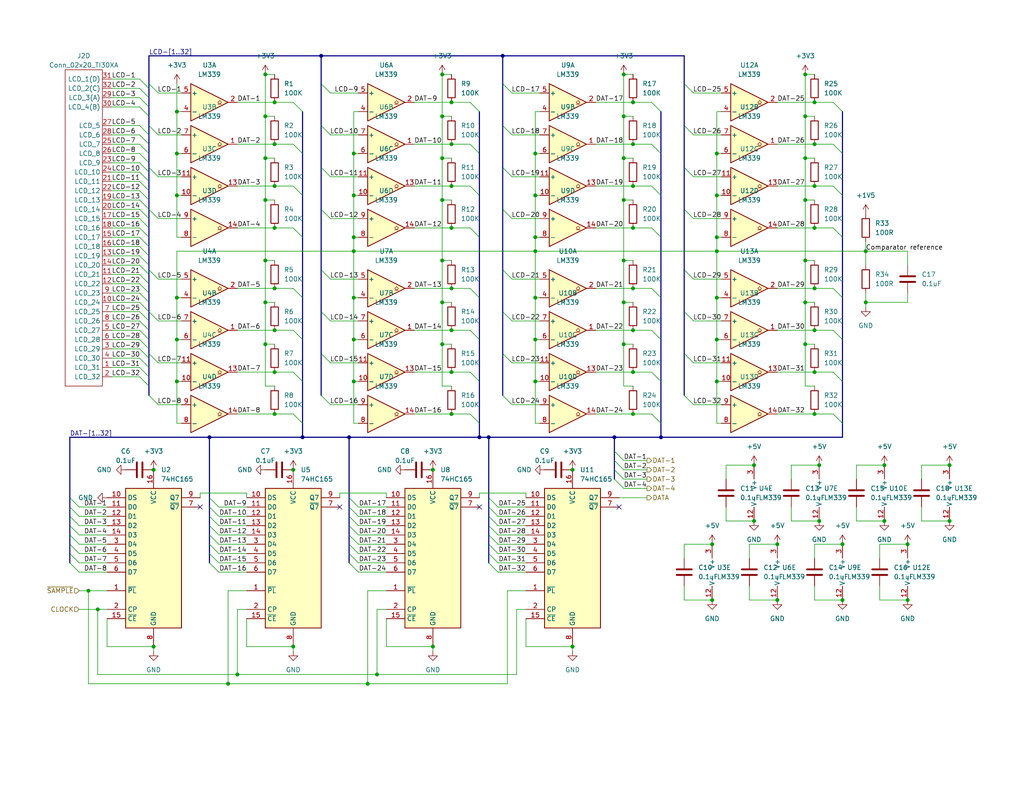
<source format=kicad_sch>
(kicad_sch (version 20211123) (generator eeschema)
  (paper "USLetter")
  (junction (at 170.18 20.32))
  (junction (at 195.58 81.28))
  (junction (at 195.58 41.91))
  (junction (at 72.39 93.98))
  (junction (at 96.52 41.91))
  (junction (at 26.67 166.37))
  (junction (at 180.34 119.38))
  (junction (at 241.3 142.24))
  (junction (at 48.26 53.34))
  (junction (at 170.18 43.18))
  (junction (at 74.93 90.17))
  (junction (at 118.11 128.27))
  (junction (at 120.65 43.18))
  (junction (at 72.39 82.55))
  (junction (at 74.93 78.74))
  (junction (at 195.58 104.14))
  (junction (at 48.26 41.91))
  (junction (at 146.05 64.77))
  (junction (at 57.15 119.38))
  (junction (at 48.26 81.28))
  (junction (at 87.63 15.24))
  (junction (at 229.87 163.83))
  (junction (at 130.81 119.38))
  (junction (at 172.72 50.8))
  (junction (at 123.19 50.8))
  (junction (at 74.93 62.23))
  (junction (at 72.39 20.32))
  (junction (at 100.33 186.69))
  (junction (at 205.74 127))
  (junction (at 195.58 68.58))
  (junction (at 241.3 127))
  (junction (at 96.52 92.71))
  (junction (at 205.74 142.24))
  (junction (at 219.71 54.61))
  (junction (at 212.09 148.59))
  (junction (at 96.52 64.77))
  (junction (at 146.05 53.34))
  (junction (at 222.25 90.17))
  (junction (at 64.77 184.15))
  (junction (at 146.05 81.28))
  (junction (at 41.91 128.27))
  (junction (at 172.72 78.74))
  (junction (at 172.72 62.23))
  (junction (at 195.58 92.71))
  (junction (at 222.25 101.6))
  (junction (at 118.11 176.53))
  (junction (at 24.13 161.29))
  (junction (at 170.18 71.12))
  (junction (at 120.65 31.75))
  (junction (at 172.72 113.03))
  (junction (at 219.71 20.32))
  (junction (at 146.05 92.71))
  (junction (at 172.72 101.6))
  (junction (at 123.19 90.17))
  (junction (at 222.25 50.8))
  (junction (at 236.22 82.55))
  (junction (at 120.65 20.32))
  (junction (at 102.87 184.15))
  (junction (at 229.87 148.59))
  (junction (at 123.19 39.37))
  (junction (at 72.39 43.18))
  (junction (at 120.65 71.12))
  (junction (at 219.71 71.12))
  (junction (at 170.18 93.98))
  (junction (at 96.52 68.58))
  (junction (at 48.26 30.48))
  (junction (at 219.71 31.75))
  (junction (at 167.64 119.38))
  (junction (at 236.22 68.58))
  (junction (at 82.55 119.38))
  (junction (at 123.19 62.23))
  (junction (at 120.65 54.61))
  (junction (at 219.71 82.55))
  (junction (at 259.08 142.24))
  (junction (at 170.18 54.61))
  (junction (at 48.26 92.71))
  (junction (at 74.93 101.6))
  (junction (at 222.25 78.74))
  (junction (at 96.52 53.34))
  (junction (at 194.31 148.59))
  (junction (at 172.72 39.37))
  (junction (at 219.71 43.18))
  (junction (at 123.19 27.94))
  (junction (at 247.65 163.83))
  (junction (at 48.26 104.14))
  (junction (at 72.39 54.61))
  (junction (at 219.71 93.98))
  (junction (at 222.25 113.03))
  (junction (at 223.52 127))
  (junction (at 74.93 39.37))
  (junction (at 120.65 82.55))
  (junction (at 170.18 31.75))
  (junction (at 72.39 31.75))
  (junction (at 123.19 101.6))
  (junction (at 172.72 90.17))
  (junction (at 222.25 27.94))
  (junction (at 247.65 148.59))
  (junction (at 62.23 186.69))
  (junction (at 170.18 82.55))
  (junction (at 74.93 50.8))
  (junction (at 123.19 113.03))
  (junction (at 156.21 128.27))
  (junction (at 195.58 64.77))
  (junction (at 80.01 128.27))
  (junction (at 146.05 68.58))
  (junction (at 195.58 53.34))
  (junction (at 137.16 15.24))
  (junction (at 146.05 41.91))
  (junction (at 156.21 176.53))
  (junction (at 96.52 81.28))
  (junction (at 72.39 71.12))
  (junction (at 80.01 176.53))
  (junction (at 133.35 119.38))
  (junction (at 172.72 27.94))
  (junction (at 74.93 27.94))
  (junction (at 259.08 127))
  (junction (at 146.05 104.14))
  (junction (at 96.52 104.14))
  (junction (at 223.52 142.24))
  (junction (at 222.25 39.37))
  (junction (at 95.25 119.38))
  (junction (at 194.31 163.83))
  (junction (at 222.25 62.23))
  (junction (at 74.93 113.03))
  (junction (at 41.91 176.53))
  (junction (at 123.19 78.74))
  (junction (at 120.65 93.98))
  (junction (at 212.09 163.83))
  (no_connect (at 168.91 138.43))
  (no_connect (at 92.71 138.43))
  (no_connect (at 130.81 138.43))
  (no_connect (at 54.61 138.43))
  (bus_entry (at 186.69 96.52) (size 2.54 2.54))
  (bus_entry (at 38.1 74.93) (size 2.54 2.54))
  (bus_entry (at 38.1 46.99) (size 2.54 2.54))
  (bus_entry (at 133.35 140.97) (size 2.54 2.54))
  (bus_entry (at 87.63 45.72) (size 2.54 2.54))
  (bus_entry (at 227.33 90.17) (size 2.54 2.54))
  (bus_entry (at 38.1 102.87) (size 2.54 2.54))
  (bus_entry (at 167.64 130.81) (size 2.54 2.54))
  (bus_entry (at 167.64 123.19) (size 2.54 2.54))
  (bus_entry (at 227.33 39.37) (size 2.54 2.54))
  (bus_entry (at 38.1 34.29) (size 2.54 2.54))
  (bus_entry (at 87.63 73.66) (size 2.54 2.54))
  (bus_entry (at 177.8 62.23) (size 2.54 2.54))
  (bus_entry (at 57.15 148.59) (size 2.54 2.54))
  (bus_entry (at 128.27 113.03) (size 2.54 2.54))
  (bus_entry (at 87.63 57.15) (size 2.54 2.54))
  (bus_entry (at 38.1 64.77) (size 2.54 2.54))
  (bus_entry (at 128.27 50.8) (size 2.54 2.54))
  (bus_entry (at 38.1 52.07) (size 2.54 2.54))
  (bus_entry (at 38.1 39.37) (size 2.54 2.54))
  (bus_entry (at 137.16 73.66) (size 2.54 2.54))
  (bus_entry (at 38.1 29.21) (size 2.54 2.54))
  (bus_entry (at 137.16 85.09) (size 2.54 2.54))
  (bus_entry (at 95.25 135.89) (size 2.54 2.54))
  (bus_entry (at 38.1 92.71) (size 2.54 2.54))
  (bus_entry (at 38.1 59.69) (size 2.54 2.54))
  (bus_entry (at 133.35 151.13) (size 2.54 2.54))
  (bus_entry (at 95.25 140.97) (size 2.54 2.54))
  (bus_entry (at 177.8 90.17) (size 2.54 2.54))
  (bus_entry (at 186.69 107.95) (size 2.54 2.54))
  (bus_entry (at 19.05 151.13) (size 2.54 2.54))
  (bus_entry (at 38.1 54.61) (size 2.54 2.54))
  (bus_entry (at 80.01 62.23) (size 2.54 2.54))
  (bus_entry (at 40.64 45.72) (size 2.54 2.54))
  (bus_entry (at 137.16 22.86) (size 2.54 2.54))
  (bus_entry (at 95.25 146.05) (size 2.54 2.54))
  (bus_entry (at 133.35 143.51) (size 2.54 2.54))
  (bus_entry (at 40.64 34.29) (size 2.54 2.54))
  (bus_entry (at 38.1 82.55) (size 2.54 2.54))
  (bus_entry (at 133.35 146.05) (size 2.54 2.54))
  (bus_entry (at 19.05 140.97) (size 2.54 2.54))
  (bus_entry (at 38.1 57.15) (size 2.54 2.54))
  (bus_entry (at 137.16 107.95) (size 2.54 2.54))
  (bus_entry (at 137.16 96.52) (size 2.54 2.54))
  (bus_entry (at 137.16 57.15) (size 2.54 2.54))
  (bus_entry (at 128.27 90.17) (size 2.54 2.54))
  (bus_entry (at 38.1 69.85) (size 2.54 2.54))
  (bus_entry (at 19.05 148.59) (size 2.54 2.54))
  (bus_entry (at 87.63 22.86) (size 2.54 2.54))
  (bus_entry (at 167.64 128.27) (size 2.54 2.54))
  (bus_entry (at 80.01 27.94) (size 2.54 2.54))
  (bus_entry (at 167.64 125.73) (size 2.54 2.54))
  (bus_entry (at 38.1 36.83) (size 2.54 2.54))
  (bus_entry (at 40.64 85.09) (size 2.54 2.54))
  (bus_entry (at 133.35 138.43) (size 2.54 2.54))
  (bus_entry (at 57.15 153.67) (size 2.54 2.54))
  (bus_entry (at 40.64 22.86) (size 2.54 2.54))
  (bus_entry (at 38.1 87.63) (size 2.54 2.54))
  (bus_entry (at 38.1 80.01) (size 2.54 2.54))
  (bus_entry (at 133.35 135.89) (size 2.54 2.54))
  (bus_entry (at 57.15 140.97) (size 2.54 2.54))
  (bus_entry (at 227.33 101.6) (size 2.54 2.54))
  (bus_entry (at 177.8 78.74) (size 2.54 2.54))
  (bus_entry (at 38.1 26.67) (size 2.54 2.54))
  (bus_entry (at 177.8 39.37) (size 2.54 2.54))
  (bus_entry (at 128.27 27.94) (size 2.54 2.54))
  (bus_entry (at 80.01 101.6) (size 2.54 2.54))
  (bus_entry (at 186.69 34.29) (size 2.54 2.54))
  (bus_entry (at 38.1 72.39) (size 2.54 2.54))
  (bus_entry (at 38.1 41.91) (size 2.54 2.54))
  (bus_entry (at 38.1 100.33) (size 2.54 2.54))
  (bus_entry (at 38.1 95.25) (size 2.54 2.54))
  (bus_entry (at 38.1 49.53) (size 2.54 2.54))
  (bus_entry (at 95.25 148.59) (size 2.54 2.54))
  (bus_entry (at 38.1 44.45) (size 2.54 2.54))
  (bus_entry (at 38.1 24.13) (size 2.54 2.54))
  (bus_entry (at 40.64 96.52) (size 2.54 2.54))
  (bus_entry (at 80.01 78.74) (size 2.54 2.54))
  (bus_entry (at 186.69 22.86) (size 2.54 2.54))
  (bus_entry (at 57.15 135.89) (size 2.54 2.54))
  (bus_entry (at 177.8 101.6) (size 2.54 2.54))
  (bus_entry (at 128.27 101.6) (size 2.54 2.54))
  (bus_entry (at 57.15 146.05) (size 2.54 2.54))
  (bus_entry (at 177.8 113.03) (size 2.54 2.54))
  (bus_entry (at 38.1 62.23) (size 2.54 2.54))
  (bus_entry (at 95.25 138.43) (size 2.54 2.54))
  (bus_entry (at 137.16 45.72) (size 2.54 2.54))
  (bus_entry (at 38.1 97.79) (size 2.54 2.54))
  (bus_entry (at 87.63 85.09) (size 2.54 2.54))
  (bus_entry (at 186.69 73.66) (size 2.54 2.54))
  (bus_entry (at 227.33 78.74) (size 2.54 2.54))
  (bus_entry (at 186.69 45.72) (size 2.54 2.54))
  (bus_entry (at 19.05 138.43) (size 2.54 2.54))
  (bus_entry (at 227.33 50.8) (size 2.54 2.54))
  (bus_entry (at 80.01 113.03) (size 2.54 2.54))
  (bus_entry (at 40.64 73.66) (size 2.54 2.54))
  (bus_entry (at 38.1 85.09) (size 2.54 2.54))
  (bus_entry (at 19.05 135.89) (size 2.54 2.54))
  (bus_entry (at 87.63 34.29) (size 2.54 2.54))
  (bus_entry (at 38.1 77.47) (size 2.54 2.54))
  (bus_entry (at 95.25 151.13) (size 2.54 2.54))
  (bus_entry (at 87.63 107.95) (size 2.54 2.54))
  (bus_entry (at 40.64 57.15) (size 2.54 2.54))
  (bus_entry (at 177.8 27.94) (size 2.54 2.54))
  (bus_entry (at 19.05 143.51) (size 2.54 2.54))
  (bus_entry (at 19.05 146.05) (size 2.54 2.54))
  (bus_entry (at 57.15 143.51) (size 2.54 2.54))
  (bus_entry (at 80.01 39.37) (size 2.54 2.54))
  (bus_entry (at 177.8 50.8) (size 2.54 2.54))
  (bus_entry (at 38.1 67.31) (size 2.54 2.54))
  (bus_entry (at 57.15 138.43) (size 2.54 2.54))
  (bus_entry (at 38.1 90.17) (size 2.54 2.54))
  (bus_entry (at 128.27 78.74) (size 2.54 2.54))
  (bus_entry (at 38.1 21.59) (size 2.54 2.54))
  (bus_entry (at 128.27 39.37) (size 2.54 2.54))
  (bus_entry (at 227.33 27.94) (size 2.54 2.54))
  (bus_entry (at 57.15 151.13) (size 2.54 2.54))
  (bus_entry (at 186.69 57.15) (size 2.54 2.54))
  (bus_entry (at 40.64 107.95) (size 2.54 2.54))
  (bus_entry (at 133.35 153.67) (size 2.54 2.54))
  (bus_entry (at 87.63 96.52) (size 2.54 2.54))
  (bus_entry (at 137.16 34.29) (size 2.54 2.54))
  (bus_entry (at 128.27 62.23) (size 2.54 2.54))
  (bus_entry (at 95.25 143.51) (size 2.54 2.54))
  (bus_entry (at 80.01 50.8) (size 2.54 2.54))
  (bus_entry (at 19.05 153.67) (size 2.54 2.54))
  (bus_entry (at 133.35 148.59) (size 2.54 2.54))
  (bus_entry (at 95.25 153.67) (size 2.54 2.54))
  (bus_entry (at 186.69 85.09) (size 2.54 2.54))
  (bus_entry (at 80.01 90.17) (size 2.54 2.54))
  (bus_entry (at 227.33 113.03) (size 2.54 2.54))
  (bus_entry (at 227.33 62.23) (size 2.54 2.54))
  (wire (pts (xy 146.05 64.77) (xy 147.32 64.77)))
  (bus (pts (xy 180.34 119.38) (xy 229.87 119.38)))
  (wire (pts (xy 222.25 27.94) (xy 227.33 27.94)))
  (bus (pts (xy 186.69 45.72) (xy 186.69 57.15)))
  (wire (pts (xy 105.41 161.29) (xy 100.33 161.29)))
  (wire (pts (xy 72.39 82.55) (xy 72.39 93.98)))
  (bus (pts (xy 40.64 85.09) (xy 40.64 87.63)))
  (wire (pts (xy 59.69 148.59) (xy 67.31 148.59)))
  (wire (pts (xy 26.67 166.37) (xy 29.21 166.37)))
  (bus (pts (xy 133.35 119.38) (xy 133.35 135.89)))
  (bus (pts (xy 130.81 81.28) (xy 130.81 92.71)))
  (wire (pts (xy 105.41 135.89) (xy 105.41 134.62)))
  (bus (pts (xy 40.64 73.66) (xy 40.64 74.93)))
  (wire (pts (xy 219.71 43.18) (xy 222.25 43.18)))
  (wire (pts (xy 212.09 90.17) (xy 222.25 90.17)))
  (wire (pts (xy 105.41 134.62) (xy 92.71 134.62)))
  (bus (pts (xy 57.15 135.89) (xy 57.15 138.43)))
  (wire (pts (xy 74.93 62.23) (xy 80.01 62.23)))
  (wire (pts (xy 30.48 77.47) (xy 38.1 77.47)))
  (wire (pts (xy 143.51 135.89) (xy 143.51 134.62)))
  (bus (pts (xy 87.63 15.24) (xy 137.16 15.24)))
  (wire (pts (xy 172.72 39.37) (xy 177.8 39.37)))
  (wire (pts (xy 120.65 71.12) (xy 123.19 71.12)))
  (wire (pts (xy 195.58 64.77) (xy 195.58 68.58)))
  (bus (pts (xy 180.34 81.28) (xy 180.34 92.71)))
  (wire (pts (xy 64.77 27.94) (xy 74.93 27.94)))
  (wire (pts (xy 74.93 78.74) (xy 80.01 78.74)))
  (wire (pts (xy 146.05 92.71) (xy 147.32 92.71)))
  (wire (pts (xy 198.12 142.24) (xy 205.74 142.24)))
  (wire (pts (xy 49.53 64.77) (xy 48.26 64.77)))
  (bus (pts (xy 229.87 41.91) (xy 229.87 53.34)))
  (wire (pts (xy 90.17 25.4) (xy 97.79 25.4)))
  (wire (pts (xy 64.77 50.8) (xy 74.93 50.8)))
  (bus (pts (xy 137.16 34.29) (xy 137.16 45.72)))
  (bus (pts (xy 40.64 67.31) (xy 40.64 69.85)))
  (wire (pts (xy 219.71 43.18) (xy 219.71 54.61)))
  (wire (pts (xy 170.18 31.75) (xy 172.72 31.75)))
  (bus (pts (xy 19.05 119.38) (xy 19.05 135.89)))
  (wire (pts (xy 240.03 163.83) (xy 247.65 163.83)))
  (wire (pts (xy 21.59 166.37) (xy 26.67 166.37)))
  (wire (pts (xy 30.48 74.93) (xy 38.1 74.93)))
  (bus (pts (xy 167.64 119.38) (xy 180.34 119.38)))
  (bus (pts (xy 40.64 54.61) (xy 40.64 57.15)))
  (wire (pts (xy 146.05 68.58) (xy 146.05 81.28)))
  (bus (pts (xy 40.64 36.83) (xy 40.64 39.37)))
  (wire (pts (xy 59.69 153.67) (xy 67.31 153.67)))
  (bus (pts (xy 40.64 52.07) (xy 40.64 54.61)))
  (wire (pts (xy 219.71 54.61) (xy 219.71 71.12)))
  (bus (pts (xy 137.16 85.09) (xy 137.16 96.52)))
  (wire (pts (xy 64.77 39.37) (xy 74.93 39.37)))
  (wire (pts (xy 222.25 163.83) (xy 229.87 163.83)))
  (wire (pts (xy 212.09 101.6) (xy 222.25 101.6)))
  (bus (pts (xy 40.64 100.33) (xy 40.64 102.87)))
  (bus (pts (xy 19.05 138.43) (xy 19.05 140.97)))
  (wire (pts (xy 251.46 130.81) (xy 251.46 127)))
  (bus (pts (xy 40.64 41.91) (xy 40.64 44.45)))
  (bus (pts (xy 82.55 53.34) (xy 82.55 64.77)))
  (wire (pts (xy 138.43 161.29) (xy 138.43 186.69)))
  (wire (pts (xy 212.09 27.94) (xy 222.25 27.94)))
  (bus (pts (xy 82.55 104.14) (xy 82.55 115.57)))
  (wire (pts (xy 139.7 59.69) (xy 147.32 59.69)))
  (wire (pts (xy 222.25 160.02) (xy 222.25 163.83)))
  (bus (pts (xy 40.64 77.47) (xy 40.64 80.01)))
  (bus (pts (xy 180.34 104.14) (xy 180.34 115.57)))
  (wire (pts (xy 118.11 176.53) (xy 105.41 176.53)))
  (wire (pts (xy 146.05 115.57) (xy 147.32 115.57)))
  (wire (pts (xy 54.61 134.62) (xy 54.61 135.89)))
  (wire (pts (xy 120.65 82.55) (xy 120.65 93.98)))
  (bus (pts (xy 130.81 92.71) (xy 130.81 104.14)))
  (wire (pts (xy 212.09 113.03) (xy 222.25 113.03)))
  (wire (pts (xy 215.9 142.24) (xy 223.52 142.24)))
  (wire (pts (xy 120.65 54.61) (xy 123.19 54.61)))
  (bus (pts (xy 57.15 148.59) (xy 57.15 151.13)))
  (wire (pts (xy 120.65 93.98) (xy 123.19 93.98)))
  (wire (pts (xy 97.79 151.13) (xy 105.41 151.13)))
  (wire (pts (xy 30.48 95.25) (xy 38.1 95.25)))
  (bus (pts (xy 57.15 151.13) (xy 57.15 153.67)))
  (bus (pts (xy 40.64 34.29) (xy 40.64 36.83)))
  (bus (pts (xy 40.64 95.25) (xy 40.64 96.52)))
  (wire (pts (xy 146.05 81.28) (xy 147.32 81.28)))
  (bus (pts (xy 40.64 96.52) (xy 40.64 97.79)))
  (bus (pts (xy 229.87 81.28) (xy 229.87 92.71)))
  (wire (pts (xy 120.65 71.12) (xy 120.65 82.55)))
  (bus (pts (xy 229.87 104.14) (xy 229.87 115.57)))
  (wire (pts (xy 72.39 82.55) (xy 74.93 82.55)))
  (wire (pts (xy 222.25 62.23) (xy 227.33 62.23)))
  (wire (pts (xy 123.19 39.37) (xy 128.27 39.37)))
  (bus (pts (xy 130.81 119.38) (xy 133.35 119.38)))
  (wire (pts (xy 96.52 64.77) (xy 96.52 53.34)))
  (wire (pts (xy 96.52 53.34) (xy 97.79 53.34)))
  (wire (pts (xy 162.56 113.03) (xy 172.72 113.03)))
  (bus (pts (xy 180.34 41.91) (xy 180.34 53.34)))
  (wire (pts (xy 102.87 184.15) (xy 140.97 184.15)))
  (wire (pts (xy 222.25 90.17) (xy 227.33 90.17)))
  (wire (pts (xy 189.23 36.83) (xy 196.85 36.83)))
  (wire (pts (xy 162.56 90.17) (xy 172.72 90.17)))
  (wire (pts (xy 43.18 59.69) (xy 49.53 59.69)))
  (wire (pts (xy 96.52 92.71) (xy 96.52 104.14)))
  (wire (pts (xy 113.03 113.03) (xy 123.19 113.03)))
  (wire (pts (xy 143.51 134.62) (xy 130.81 134.62)))
  (bus (pts (xy 40.64 45.72) (xy 40.64 46.99)))
  (wire (pts (xy 96.52 64.77) (xy 96.52 68.58)))
  (wire (pts (xy 135.89 140.97) (xy 143.51 140.97)))
  (wire (pts (xy 74.93 50.8) (xy 80.01 50.8)))
  (bus (pts (xy 40.64 31.75) (xy 40.64 29.21)))
  (wire (pts (xy 30.48 34.29) (xy 38.1 34.29)))
  (wire (pts (xy 90.17 87.63) (xy 97.79 87.63)))
  (bus (pts (xy 186.69 57.15) (xy 186.69 73.66)))
  (wire (pts (xy 123.19 101.6) (xy 128.27 101.6)))
  (bus (pts (xy 167.64 125.73) (xy 167.64 128.27)))
  (wire (pts (xy 204.47 148.59) (xy 212.09 148.59)))
  (wire (pts (xy 96.52 53.34) (xy 96.52 41.91)))
  (wire (pts (xy 146.05 92.71) (xy 146.05 104.14)))
  (wire (pts (xy 43.18 48.26) (xy 49.53 48.26)))
  (wire (pts (xy 72.39 31.75) (xy 74.93 31.75)))
  (wire (pts (xy 62.23 161.29) (xy 62.23 186.69)))
  (bus (pts (xy 57.15 140.97) (xy 57.15 143.51)))
  (wire (pts (xy 21.59 138.43) (xy 29.21 138.43)))
  (bus (pts (xy 82.55 92.71) (xy 82.55 104.14)))
  (wire (pts (xy 146.05 104.14) (xy 146.05 115.57)))
  (wire (pts (xy 233.68 130.81) (xy 233.68 127)))
  (bus (pts (xy 95.25 140.97) (xy 95.25 143.51)))
  (wire (pts (xy 162.56 78.74) (xy 172.72 78.74)))
  (bus (pts (xy 19.05 140.97) (xy 19.05 143.51)))
  (wire (pts (xy 172.72 27.94) (xy 177.8 27.94)))
  (bus (pts (xy 95.25 148.59) (xy 95.25 151.13)))
  (wire (pts (xy 198.12 127) (xy 205.74 127)))
  (bus (pts (xy 40.64 92.71) (xy 40.64 95.25)))
  (wire (pts (xy 186.69 148.59) (xy 194.31 148.59)))
  (wire (pts (xy 30.48 85.09) (xy 38.1 85.09)))
  (wire (pts (xy 41.91 177.8) (xy 41.91 176.53)))
  (wire (pts (xy 120.65 31.75) (xy 120.65 43.18)))
  (wire (pts (xy 64.77 113.03) (xy 74.93 113.03)))
  (wire (pts (xy 170.18 125.73) (xy 176.53 125.73)))
  (wire (pts (xy 222.25 152.4) (xy 222.25 148.59)))
  (bus (pts (xy 82.55 41.91) (xy 82.55 53.34)))
  (wire (pts (xy 48.26 92.71) (xy 49.53 92.71)))
  (bus (pts (xy 82.55 81.28) (xy 82.55 92.71)))
  (wire (pts (xy 67.31 161.29) (xy 62.23 161.29)))
  (wire (pts (xy 21.59 156.21) (xy 29.21 156.21)))
  (wire (pts (xy 236.22 68.58) (xy 236.22 72.39)))
  (wire (pts (xy 219.71 93.98) (xy 222.25 93.98)))
  (wire (pts (xy 72.39 20.32) (xy 72.39 31.75)))
  (bus (pts (xy 130.81 104.14) (xy 130.81 115.57)))
  (bus (pts (xy 40.64 74.93) (xy 40.64 77.47)))
  (wire (pts (xy 170.18 20.32) (xy 172.72 20.32)))
  (wire (pts (xy 59.69 143.51) (xy 67.31 143.51)))
  (wire (pts (xy 96.52 41.91) (xy 96.52 30.48)))
  (wire (pts (xy 21.59 151.13) (xy 29.21 151.13)))
  (wire (pts (xy 30.48 69.85) (xy 38.1 69.85)))
  (wire (pts (xy 222.25 50.8) (xy 227.33 50.8)))
  (bus (pts (xy 186.69 15.24) (xy 186.69 22.86)))
  (bus (pts (xy 186.69 22.86) (xy 186.69 34.29)))
  (wire (pts (xy 96.52 81.28) (xy 96.52 92.71)))
  (wire (pts (xy 24.13 161.29) (xy 24.13 186.69)))
  (wire (pts (xy 195.58 92.71) (xy 195.58 104.14)))
  (bus (pts (xy 40.64 105.41) (xy 40.64 107.95)))
  (wire (pts (xy 74.93 27.94) (xy 80.01 27.94)))
  (wire (pts (xy 21.59 143.51) (xy 29.21 143.51)))
  (wire (pts (xy 172.72 90.17) (xy 177.8 90.17)))
  (bus (pts (xy 229.87 64.77) (xy 229.87 81.28)))
  (bus (pts (xy 180.34 64.77) (xy 180.34 81.28)))
  (wire (pts (xy 41.91 176.53) (xy 29.21 176.53)))
  (wire (pts (xy 236.22 83.82) (xy 236.22 82.55)))
  (bus (pts (xy 82.55 30.48) (xy 82.55 41.91)))
  (bus (pts (xy 82.55 119.38) (xy 95.25 119.38)))
  (wire (pts (xy 96.52 68.58) (xy 96.52 81.28)))
  (wire (pts (xy 251.46 138.43) (xy 251.46 142.24)))
  (wire (pts (xy 240.03 152.4) (xy 240.03 148.59)))
  (wire (pts (xy 90.17 59.69) (xy 97.79 59.69)))
  (wire (pts (xy 30.48 44.45) (xy 38.1 44.45)))
  (wire (pts (xy 247.65 80.01) (xy 247.65 82.55)))
  (bus (pts (xy 133.35 143.51) (xy 133.35 146.05)))
  (bus (pts (xy 40.64 31.75) (xy 40.64 34.29)))
  (wire (pts (xy 219.71 71.12) (xy 222.25 71.12)))
  (wire (pts (xy 139.7 76.2) (xy 147.32 76.2)))
  (wire (pts (xy 146.05 30.48) (xy 147.32 30.48)))
  (wire (pts (xy 139.7 36.83) (xy 147.32 36.83)))
  (wire (pts (xy 189.23 110.49) (xy 196.85 110.49)))
  (wire (pts (xy 59.69 156.21) (xy 67.31 156.21)))
  (bus (pts (xy 229.87 115.57) (xy 229.87 119.38)))
  (wire (pts (xy 146.05 68.58) (xy 195.58 68.58)))
  (wire (pts (xy 195.58 104.14) (xy 195.58 115.57)))
  (bus (pts (xy 19.05 151.13) (xy 19.05 153.67)))
  (bus (pts (xy 137.16 45.72) (xy 137.16 57.15)))
  (bus (pts (xy 40.64 87.63) (xy 40.64 90.17)))
  (bus (pts (xy 40.64 15.24) (xy 40.64 22.86)))
  (bus (pts (xy 40.64 64.77) (xy 40.64 67.31)))
  (wire (pts (xy 222.25 113.03) (xy 227.33 113.03)))
  (wire (pts (xy 146.05 64.77) (xy 146.05 53.34)))
  (bus (pts (xy 137.16 57.15) (xy 137.16 73.66)))
  (wire (pts (xy 30.48 100.33) (xy 38.1 100.33)))
  (wire (pts (xy 30.48 46.99) (xy 38.1 46.99)))
  (wire (pts (xy 59.69 146.05) (xy 67.31 146.05)))
  (wire (pts (xy 62.23 186.69) (xy 100.33 186.69)))
  (wire (pts (xy 123.19 113.03) (xy 128.27 113.03)))
  (wire (pts (xy 118.11 177.8) (xy 118.11 176.53)))
  (wire (pts (xy 72.39 54.61) (xy 72.39 71.12)))
  (bus (pts (xy 19.05 119.38) (xy 57.15 119.38)))
  (wire (pts (xy 198.12 138.43) (xy 198.12 142.24)))
  (wire (pts (xy 30.48 49.53) (xy 38.1 49.53)))
  (wire (pts (xy 215.9 127) (xy 223.52 127)))
  (wire (pts (xy 135.89 153.67) (xy 143.51 153.67)))
  (wire (pts (xy 74.93 90.17) (xy 80.01 90.17)))
  (wire (pts (xy 96.52 81.28) (xy 97.79 81.28)))
  (bus (pts (xy 130.81 53.34) (xy 130.81 64.77)))
  (bus (pts (xy 180.34 53.34) (xy 180.34 64.77)))
  (bus (pts (xy 186.69 34.29) (xy 186.69 45.72)))
  (wire (pts (xy 26.67 184.15) (xy 64.77 184.15)))
  (bus (pts (xy 57.15 146.05) (xy 57.15 148.59)))
  (wire (pts (xy 30.48 26.67) (xy 38.1 26.67)))
  (wire (pts (xy 189.23 25.4) (xy 196.85 25.4)))
  (bus (pts (xy 40.64 15.24) (xy 87.63 15.24)))
  (bus (pts (xy 130.81 41.91) (xy 130.81 53.34)))
  (bus (pts (xy 130.81 30.48) (xy 130.81 41.91)))
  (bus (pts (xy 180.34 115.57) (xy 180.34 119.38)))
  (wire (pts (xy 64.77 78.74) (xy 74.93 78.74)))
  (wire (pts (xy 135.89 156.21) (xy 143.51 156.21)))
  (wire (pts (xy 172.72 101.6) (xy 177.8 101.6)))
  (wire (pts (xy 189.23 99.06) (xy 196.85 99.06)))
  (wire (pts (xy 170.18 128.27) (xy 176.53 128.27)))
  (wire (pts (xy 74.93 39.37) (xy 80.01 39.37)))
  (bus (pts (xy 40.64 46.99) (xy 40.64 49.53)))
  (wire (pts (xy 30.48 39.37) (xy 38.1 39.37)))
  (bus (pts (xy 229.87 53.34) (xy 229.87 64.77)))
  (wire (pts (xy 219.71 105.41) (xy 222.25 105.41)))
  (wire (pts (xy 96.52 104.14) (xy 96.52 115.57)))
  (wire (pts (xy 247.65 82.55) (xy 236.22 82.55)))
  (wire (pts (xy 97.79 146.05) (xy 105.41 146.05)))
  (bus (pts (xy 87.63 34.29) (xy 87.63 45.72)))
  (wire (pts (xy 43.18 110.49) (xy 49.53 110.49)))
  (wire (pts (xy 96.52 30.48) (xy 97.79 30.48)))
  (wire (pts (xy 139.7 110.49) (xy 147.32 110.49)))
  (bus (pts (xy 87.63 85.09) (xy 87.63 96.52)))
  (bus (pts (xy 186.69 73.66) (xy 186.69 85.09)))
  (wire (pts (xy 48.26 53.34) (xy 48.26 64.77)))
  (wire (pts (xy 195.58 92.71) (xy 196.85 92.71)))
  (wire (pts (xy 29.21 176.53) (xy 29.21 168.91)))
  (wire (pts (xy 72.39 93.98) (xy 72.39 105.41)))
  (wire (pts (xy 105.41 176.53) (xy 105.41 168.91)))
  (wire (pts (xy 43.18 76.2) (xy 49.53 76.2)))
  (bus (pts (xy 19.05 143.51) (xy 19.05 146.05)))
  (wire (pts (xy 170.18 130.81) (xy 176.53 130.81)))
  (wire (pts (xy 215.9 130.81) (xy 215.9 127)))
  (wire (pts (xy 113.03 50.8) (xy 123.19 50.8)))
  (bus (pts (xy 87.63 57.15) (xy 87.63 73.66)))
  (wire (pts (xy 195.58 53.34) (xy 196.85 53.34)))
  (bus (pts (xy 130.81 115.57) (xy 130.81 119.38)))
  (wire (pts (xy 105.41 166.37) (xy 102.87 166.37)))
  (bus (pts (xy 133.35 138.43) (xy 133.35 140.97)))
  (wire (pts (xy 135.89 143.51) (xy 143.51 143.51)))
  (bus (pts (xy 186.69 96.52) (xy 186.69 107.95)))
  (bus (pts (xy 229.87 92.71) (xy 229.87 104.14)))
  (wire (pts (xy 96.52 104.14) (xy 97.79 104.14)))
  (wire (pts (xy 247.65 68.58) (xy 247.65 72.39)))
  (bus (pts (xy 95.25 151.13) (xy 95.25 153.67)))
  (wire (pts (xy 233.68 138.43) (xy 233.68 142.24)))
  (wire (pts (xy 30.48 87.63) (xy 38.1 87.63)))
  (wire (pts (xy 67.31 176.53) (xy 67.31 168.91)))
  (wire (pts (xy 170.18 43.18) (xy 172.72 43.18)))
  (bus (pts (xy 40.64 29.21) (xy 40.64 26.67)))
  (wire (pts (xy 204.47 163.83) (xy 212.09 163.83)))
  (wire (pts (xy 48.26 41.91) (xy 48.26 53.34)))
  (bus (pts (xy 40.64 90.17) (xy 40.64 92.71)))
  (wire (pts (xy 139.7 48.26) (xy 147.32 48.26)))
  (wire (pts (xy 43.18 36.83) (xy 49.53 36.83)))
  (bus (pts (xy 40.64 69.85) (xy 40.64 72.39)))
  (wire (pts (xy 64.77 101.6) (xy 74.93 101.6)))
  (bus (pts (xy 40.64 26.67) (xy 40.64 24.13)))
  (wire (pts (xy 195.58 41.91) (xy 195.58 30.48)))
  (wire (pts (xy 156.21 176.53) (xy 143.51 176.53)))
  (wire (pts (xy 30.48 52.07) (xy 38.1 52.07)))
  (bus (pts (xy 95.25 135.89) (xy 95.25 138.43)))
  (wire (pts (xy 170.18 82.55) (xy 170.18 93.98)))
  (wire (pts (xy 143.51 161.29) (xy 138.43 161.29)))
  (wire (pts (xy 30.48 67.31) (xy 38.1 67.31)))
  (wire (pts (xy 64.77 62.23) (xy 74.93 62.23)))
  (bus (pts (xy 82.55 115.57) (xy 82.55 119.38)))
  (bus (pts (xy 40.64 49.53) (xy 40.64 52.07)))
  (wire (pts (xy 123.19 27.94) (xy 128.27 27.94)))
  (wire (pts (xy 48.26 104.14) (xy 48.26 115.57)))
  (wire (pts (xy 251.46 127) (xy 259.08 127)))
  (wire (pts (xy 219.71 20.32) (xy 219.71 31.75)))
  (wire (pts (xy 30.48 29.21) (xy 38.1 29.21)))
  (wire (pts (xy 72.39 93.98) (xy 74.93 93.98)))
  (wire (pts (xy 97.79 156.21) (xy 105.41 156.21)))
  (wire (pts (xy 170.18 54.61) (xy 172.72 54.61)))
  (wire (pts (xy 100.33 161.29) (xy 100.33 186.69)))
  (wire (pts (xy 96.52 68.58) (xy 48.26 68.58)))
  (wire (pts (xy 170.18 105.41) (xy 172.72 105.41)))
  (bus (pts (xy 137.16 15.24) (xy 137.16 22.86)))
  (wire (pts (xy 72.39 20.32) (xy 74.93 20.32)))
  (wire (pts (xy 139.7 25.4) (xy 147.32 25.4)))
  (wire (pts (xy 59.69 140.97) (xy 67.31 140.97)))
  (wire (pts (xy 168.91 135.89) (xy 176.53 135.89)))
  (wire (pts (xy 64.77 90.17) (xy 74.93 90.17)))
  (wire (pts (xy 143.51 166.37) (xy 140.97 166.37)))
  (wire (pts (xy 140.97 166.37) (xy 140.97 184.15)))
  (wire (pts (xy 162.56 27.94) (xy 172.72 27.94)))
  (bus (pts (xy 57.15 119.38) (xy 82.55 119.38)))
  (wire (pts (xy 24.13 161.29) (xy 29.21 161.29)))
  (wire (pts (xy 219.71 82.55) (xy 222.25 82.55)))
  (wire (pts (xy 146.05 41.91) (xy 146.05 30.48)))
  (wire (pts (xy 30.48 21.59) (xy 38.1 21.59)))
  (wire (pts (xy 236.22 82.55) (xy 236.22 80.01)))
  (wire (pts (xy 113.03 27.94) (xy 123.19 27.94)))
  (wire (pts (xy 162.56 101.6) (xy 172.72 101.6)))
  (wire (pts (xy 30.48 54.61) (xy 38.1 54.61)))
  (wire (pts (xy 113.03 101.6) (xy 123.19 101.6)))
  (wire (pts (xy 236.22 66.04) (xy 236.22 68.58)))
  (wire (pts (xy 96.52 64.77) (xy 97.79 64.77)))
  (wire (pts (xy 30.48 41.91) (xy 38.1 41.91)))
  (wire (pts (xy 80.01 176.53) (xy 67.31 176.53)))
  (wire (pts (xy 172.72 62.23) (xy 177.8 62.23)))
  (wire (pts (xy 186.69 160.02) (xy 186.69 163.83)))
  (wire (pts (xy 195.58 53.34) (xy 195.58 41.91)))
  (bus (pts (xy 229.87 30.48) (xy 229.87 41.91)))
  (wire (pts (xy 233.68 127) (xy 241.3 127)))
  (bus (pts (xy 40.64 39.37) (xy 40.64 41.91)))
  (wire (pts (xy 120.65 20.32) (xy 123.19 20.32)))
  (bus (pts (xy 95.25 119.38) (xy 130.81 119.38)))
  (wire (pts (xy 204.47 152.4) (xy 204.47 148.59)))
  (wire (pts (xy 123.19 62.23) (xy 128.27 62.23)))
  (bus (pts (xy 167.64 123.19) (xy 167.64 125.73)))
  (wire (pts (xy 30.48 82.55) (xy 38.1 82.55)))
  (wire (pts (xy 195.58 68.58) (xy 236.22 68.58)))
  (wire (pts (xy 26.67 166.37) (xy 26.67 184.15)))
  (bus (pts (xy 40.64 97.79) (xy 40.64 100.33)))
  (wire (pts (xy 21.59 148.59) (xy 29.21 148.59)))
  (wire (pts (xy 113.03 62.23) (xy 123.19 62.23)))
  (wire (pts (xy 113.03 39.37) (xy 123.19 39.37)))
  (wire (pts (xy 219.71 20.32) (xy 222.25 20.32)))
  (wire (pts (xy 72.39 71.12) (xy 72.39 82.55)))
  (wire (pts (xy 212.09 78.74) (xy 222.25 78.74)))
  (wire (pts (xy 162.56 50.8) (xy 172.72 50.8)))
  (wire (pts (xy 120.65 54.61) (xy 120.65 71.12)))
  (wire (pts (xy 21.59 161.29) (xy 24.13 161.29)))
  (wire (pts (xy 97.79 138.43) (xy 105.41 138.43)))
  (bus (pts (xy 87.63 73.66) (xy 87.63 85.09)))
  (wire (pts (xy 219.71 31.75) (xy 219.71 43.18)))
  (bus (pts (xy 137.16 15.24) (xy 186.69 15.24)))
  (bus (pts (xy 167.64 128.27) (xy 167.64 130.81)))
  (wire (pts (xy 195.58 64.77) (xy 196.85 64.77)))
  (wire (pts (xy 195.58 41.91) (xy 196.85 41.91)))
  (bus (pts (xy 19.05 135.89) (xy 19.05 138.43)))
  (wire (pts (xy 48.26 30.48) (xy 48.26 41.91)))
  (wire (pts (xy 170.18 71.12) (xy 170.18 82.55)))
  (wire (pts (xy 97.79 143.51) (xy 105.41 143.51)))
  (wire (pts (xy 21.59 146.05) (xy 29.21 146.05)))
  (wire (pts (xy 212.09 50.8) (xy 222.25 50.8)))
  (wire (pts (xy 240.03 160.02) (xy 240.03 163.83)))
  (wire (pts (xy 49.53 41.91) (xy 48.26 41.91)))
  (bus (pts (xy 87.63 45.72) (xy 87.63 57.15)))
  (wire (pts (xy 195.58 104.14) (xy 196.85 104.14)))
  (wire (pts (xy 30.48 80.01) (xy 38.1 80.01)))
  (wire (pts (xy 90.17 76.2) (xy 97.79 76.2)))
  (bus (pts (xy 40.64 44.45) (xy 40.64 45.72)))
  (wire (pts (xy 48.26 81.28) (xy 48.26 92.71)))
  (bus (pts (xy 133.35 148.59) (xy 133.35 151.13)))
  (wire (pts (xy 48.26 92.71) (xy 48.26 104.14)))
  (wire (pts (xy 80.01 177.8) (xy 80.01 176.53)))
  (wire (pts (xy 156.21 177.8) (xy 156.21 176.53)))
  (bus (pts (xy 40.64 59.69) (xy 40.64 62.23)))
  (wire (pts (xy 120.65 93.98) (xy 120.65 105.41)))
  (wire (pts (xy 30.48 90.17) (xy 38.1 90.17)))
  (wire (pts (xy 222.25 101.6) (xy 227.33 101.6)))
  (bus (pts (xy 130.81 64.77) (xy 130.81 81.28)))
  (bus (pts (xy 57.15 119.38) (xy 57.15 135.89)))
  (bus (pts (xy 95.25 119.38) (xy 95.25 135.89)))
  (bus (pts (xy 87.63 96.52) (xy 87.63 107.95)))
  (wire (pts (xy 120.65 31.75) (xy 123.19 31.75)))
  (bus (pts (xy 180.34 92.71) (xy 180.34 104.14)))
  (wire (pts (xy 170.18 82.55) (xy 172.72 82.55)))
  (bus (pts (xy 40.64 80.01) (xy 40.64 82.55)))
  (wire (pts (xy 189.23 87.63) (xy 196.85 87.63)))
  (wire (pts (xy 74.93 113.03) (xy 80.01 113.03)))
  (wire (pts (xy 215.9 138.43) (xy 215.9 142.24)))
  (bus (pts (xy 137.16 22.86) (xy 137.16 34.29)))
  (wire (pts (xy 30.48 92.71) (xy 38.1 92.71)))
  (wire (pts (xy 72.39 43.18) (xy 72.39 54.61)))
  (bus (pts (xy 40.64 102.87) (xy 40.64 105.41)))
  (bus (pts (xy 167.64 119.38) (xy 167.64 123.19)))
  (wire (pts (xy 67.31 134.62) (xy 54.61 134.62)))
  (wire (pts (xy 48.26 68.58) (xy 48.26 81.28)))
  (wire (pts (xy 170.18 71.12) (xy 172.72 71.12)))
  (wire (pts (xy 48.26 104.14) (xy 49.53 104.14)))
  (wire (pts (xy 212.09 39.37) (xy 222.25 39.37)))
  (wire (pts (xy 92.71 134.62) (xy 92.71 135.89)))
  (wire (pts (xy 97.79 153.67) (xy 105.41 153.67)))
  (wire (pts (xy 43.18 87.63) (xy 49.53 87.63)))
  (wire (pts (xy 219.71 31.75) (xy 222.25 31.75)))
  (wire (pts (xy 90.17 110.49) (xy 97.79 110.49)))
  (wire (pts (xy 120.65 105.41) (xy 123.19 105.41)))
  (wire (pts (xy 48.26 81.28) (xy 49.53 81.28)))
  (wire (pts (xy 170.18 133.35) (xy 176.53 133.35)))
  (wire (pts (xy 30.48 24.13) (xy 38.1 24.13)))
  (bus (pts (xy 19.05 146.05) (xy 19.05 148.59)))
  (wire (pts (xy 97.79 140.97) (xy 105.41 140.97)))
  (wire (pts (xy 170.18 93.98) (xy 170.18 105.41)))
  (wire (pts (xy 195.58 64.77) (xy 195.58 53.34)))
  (wire (pts (xy 67.31 135.89) (xy 67.31 134.62)))
  (wire (pts (xy 135.89 148.59) (xy 143.51 148.59)))
  (wire (pts (xy 195.58 30.48) (xy 196.85 30.48)))
  (wire (pts (xy 135.89 151.13) (xy 143.51 151.13)))
  (wire (pts (xy 72.39 43.18) (xy 74.93 43.18)))
  (wire (pts (xy 198.12 130.81) (xy 198.12 127)))
  (wire (pts (xy 96.52 115.57) (xy 97.79 115.57)))
  (bus (pts (xy 133.35 119.38) (xy 167.64 119.38)))
  (bus (pts (xy 133.35 135.89) (xy 133.35 138.43)))
  (wire (pts (xy 189.23 76.2) (xy 196.85 76.2)))
  (wire (pts (xy 236.22 68.58) (xy 247.65 68.58)))
  (bus (pts (xy 133.35 151.13) (xy 133.35 153.67)))
  (wire (pts (xy 195.58 81.28) (xy 195.58 92.71)))
  (wire (pts (xy 102.87 166.37) (xy 102.87 184.15)))
  (wire (pts (xy 120.65 43.18) (xy 123.19 43.18)))
  (wire (pts (xy 30.48 62.23) (xy 38.1 62.23)))
  (wire (pts (xy 64.77 166.37) (xy 64.77 184.15)))
  (bus (pts (xy 133.35 146.05) (xy 133.35 148.59)))
  (wire (pts (xy 170.18 43.18) (xy 170.18 54.61)))
  (wire (pts (xy 233.68 142.24) (xy 241.3 142.24)))
  (wire (pts (xy 59.69 151.13) (xy 67.31 151.13)))
  (wire (pts (xy 222.25 39.37) (xy 227.33 39.37)))
  (wire (pts (xy 48.26 22.86) (xy 48.26 30.48)))
  (wire (pts (xy 186.69 163.83) (xy 194.31 163.83)))
  (wire (pts (xy 135.89 138.43) (xy 143.51 138.43)))
  (bus (pts (xy 95.25 138.43) (xy 95.25 140.97)))
  (wire (pts (xy 90.17 36.83) (xy 97.79 36.83)))
  (wire (pts (xy 123.19 90.17) (xy 128.27 90.17)))
  (wire (pts (xy 146.05 53.34) (xy 147.32 53.34)))
  (wire (pts (xy 172.72 50.8) (xy 177.8 50.8)))
  (wire (pts (xy 143.51 176.53) (xy 143.51 168.91)))
  (wire (pts (xy 170.18 20.32) (xy 170.18 31.75)))
  (wire (pts (xy 240.03 148.59) (xy 247.65 148.59)))
  (wire (pts (xy 222.25 78.74) (xy 227.33 78.74)))
  (wire (pts (xy 96.52 41.91) (xy 97.79 41.91)))
  (wire (pts (xy 170.18 93.98) (xy 172.72 93.98)))
  (wire (pts (xy 30.48 72.39) (xy 38.1 72.39)))
  (wire (pts (xy 139.7 99.06) (xy 147.32 99.06)))
  (wire (pts (xy 96.52 68.58) (xy 146.05 68.58)))
  (wire (pts (xy 96.52 92.71) (xy 97.79 92.71)))
  (wire (pts (xy 30.48 102.87) (xy 38.1 102.87)))
  (wire (pts (xy 120.65 43.18) (xy 120.65 54.61)))
  (wire (pts (xy 219.71 71.12) (xy 219.71 82.55)))
  (bus (pts (xy 40.64 82.55) (xy 40.64 85.09)))
  (wire (pts (xy 146.05 81.28) (xy 146.05 92.71)))
  (wire (pts (xy 67.31 166.37) (xy 64.77 166.37)))
  (bus (pts (xy 40.64 62.23) (xy 40.64 64.77)))
  (wire (pts (xy 24.13 186.69) (xy 62.23 186.69)))
  (wire (pts (xy 30.48 97.79) (xy 38.1 97.79)))
  (bus (pts (xy 40.64 72.39) (xy 40.64 73.66)))
  (wire (pts (xy 72.39 31.75) (xy 72.39 43.18)))
  (wire (pts (xy 113.03 78.74) (xy 123.19 78.74)))
  (wire (pts (xy 72.39 54.61) (xy 74.93 54.61)))
  (bus (pts (xy 57.15 138.43) (xy 57.15 140.97)))
  (wire (pts (xy 189.23 48.26) (xy 196.85 48.26)))
  (bus (pts (xy 87.63 15.24) (xy 87.63 22.86)))
  (wire (pts (xy 219.71 54.61) (xy 222.25 54.61)))
  (wire (pts (xy 59.69 138.43) (xy 67.31 138.43)))
  (wire (pts (xy 120.65 82.55) (xy 123.19 82.55)))
  (bus (pts (xy 40.64 22.86) (xy 40.64 24.13)))
  (wire (pts (xy 97.79 148.59) (xy 105.41 148.59)))
  (wire (pts (xy 146.05 41.91) (xy 147.32 41.91)))
  (wire (pts (xy 123.19 78.74) (xy 128.27 78.74)))
  (wire (pts (xy 251.46 142.24) (xy 259.08 142.24)))
  (wire (pts (xy 90.17 48.26) (xy 97.79 48.26)))
  (bus (pts (xy 82.55 64.77) (xy 82.55 81.28)))
  (bus (pts (xy 133.35 140.97) (xy 133.35 143.51)))
  (wire (pts (xy 172.72 113.03) (xy 177.8 113.03)))
  (bus (pts (xy 95.25 146.05) (xy 95.25 148.59)))
  (wire (pts (xy 204.47 160.02) (xy 204.47 163.83)))
  (wire (pts (xy 162.56 62.23) (xy 172.72 62.23)))
  (wire (pts (xy 195.58 81.28) (xy 196.85 81.28)))
  (bus (pts (xy 87.63 22.86) (xy 87.63 34.29)))
  (wire (pts (xy 130.81 134.62) (xy 130.81 135.89)))
  (wire (pts (xy 135.89 146.05) (xy 143.51 146.05)))
  (wire (pts (xy 120.65 20.32) (xy 120.65 31.75)))
  (wire (pts (xy 74.93 101.6) (xy 80.01 101.6)))
  (wire (pts (xy 172.72 78.74) (xy 177.8 78.74)))
  (bus (pts (xy 180.34 30.48) (xy 180.34 41.91)))
  (wire (pts (xy 195.58 68.58) (xy 195.58 81.28)))
  (wire (pts (xy 64.77 184.15) (xy 102.87 184.15)))
  (bus (pts (xy 95.25 143.51) (xy 95.25 146.05)))
  (wire (pts (xy 146.05 53.34) (xy 146.05 41.91)))
  (wire (pts (xy 30.48 36.83) (xy 38.1 36.83)))
  (wire (pts (xy 195.58 115.57) (xy 196.85 115.57)))
  (wire (pts (xy 146.05 104.14) (xy 147.32 104.14)))
  (bus (pts (xy 137.16 96.52) (xy 137.16 107.95)))
  (wire (pts (xy 222.25 148.59) (xy 229.87 148.59)))
  (wire (pts (xy 43.18 99.06) (xy 49.53 99.06)))
  (wire (pts (xy 48.26 30.48) (xy 49.53 30.48)))
  (bus (pts (xy 137.16 73.66) (xy 137.16 85.09)))
  (wire (pts (xy 21.59 153.67) (xy 29.21 153.67)))
  (bus (pts (xy 19.05 148.59) (xy 19.05 151.13)))
  (wire (pts (xy 123.19 50.8) (xy 128.27 50.8)))
  (wire (pts (xy 170.18 54.61) (xy 170.18 71.12)))
  (wire (pts (xy 30.48 57.15) (xy 38.1 57.15)))
  (wire (pts (xy 48.26 115.57) (xy 49.53 115.57)))
  (wire (pts (xy 219.71 93.98) (xy 219.71 105.41)))
  (bus (pts (xy 40.64 57.15) (xy 40.64 59.69)))
  (wire (pts (xy 72.39 105.41) (xy 74.93 105.41)))
  (wire (pts (xy 189.23 59.69) (xy 196.85 59.69)))
  (wire (pts (xy 113.03 90.17) (xy 123.19 90.17)))
  (wire (pts (xy 170.18 31.75) (xy 170.18 43.18)))
  (bus (pts (xy 57.15 143.51) (xy 57.15 146.05)))
  (wire (pts (xy 30.48 64.77) (xy 38.1 64.77)))
  (wire (pts (xy 49.53 53.34) (xy 48.26 53.34)))
  (bus (pts (xy 186.69 85.09) (xy 186.69 96.52)))
  (wire (pts (xy 100.33 186.69) (xy 138.43 186.69)))
  (wire (pts (xy 212.09 62.23) (xy 222.25 62.23)))
  (wire (pts (xy 146.05 64.77) (xy 146.05 68.58)))
  (wire (pts (xy 72.39 71.12) (xy 74.93 71.12)))
  (wire (pts (xy 219.71 82.55) (xy 219.71 93.98)))
  (wire (pts (xy 139.7 87.63) (xy 147.32 87.63)))
  (wire (pts (xy 43.18 25.4) (xy 49.53 25.4)))
  (wire (pts (xy 21.59 140.97) (xy 29.21 140.97)))
  (wire (pts (xy 162.56 39.37) (xy 172.72 39.37)))
  (wire (pts (xy 90.17 99.06) (xy 97.79 99.06)))
  (wire (pts (xy 186.69 152.4) (xy 186.69 148.59)))
  (wire (pts (xy 30.48 59.69) (xy 38.1 59.69)))
  (label "DAT-13" (at 67.31 148.59 180))
  (label "LCD-31" (at 30.48 100.33 0))
  (label "LCD-5" (at 30.48 34.29 0))
  (label "DAT-30" (at 143.51 151.13 180))
  (label "LCD-1" (at 30.48 21.59 0))
  (label "DAT-19" (at 162.56 50.8 0))
  (label "LCD-17" (at 30.48 64.77 0))
  (label "LCD-13" (at 97.79 76.2 180))
  (label "LCD-3" (at 30.48 26.67 0))
  (label "DAT-22" (at 105.41 151.13 180))
  (label "DAT-23" (at 162.56 101.6 0))
  (label "LCD-10" (at 97.79 36.83 180))
  (label "DAT-10" (at 67.31 140.97 180))
  (label "LCD-30" (at 196.85 87.63 180))
  (label "LCD-20" (at 30.48 72.39 0))
  (label "LCD-27" (at 196.85 48.26 180))
  (label "LCD-6" (at 30.48 36.83 0))
  (label "LCD-22" (at 147.32 87.63 180))
  (label "DAT-10" (at 113.03 39.37 0))
  (label "LCD-25" (at 196.85 25.4 180))
  (label "LCD-23" (at 30.48 80.01 0))
  (label "LCD-12" (at 30.48 52.07 0))
  (label "DAT-12" (at 113.03 62.23 0))
  (label "LCD-[1..32]" (at 40.64 15.24 0))
  (label "LCD-32" (at 196.85 110.49 180))
  (label "LCD-25" (at 30.48 85.09 0))
  (label "DAT-14" (at 67.31 151.13 180))
  (label "DAT-15" (at 67.31 153.67 180))
  (label "DAT-19" (at 105.41 143.51 180))
  (label "DAT-5" (at 64.77 78.74 0))
  (label "LCD-23" (at 147.32 99.06 180))
  (label "LCD-18" (at 30.48 67.31 0))
  (label "LCD-26" (at 196.85 36.83 180))
  (label "LCD-24" (at 147.32 110.49 180))
  (label "LCD-19" (at 147.32 48.26 180))
  (label "DAT-2" (at 64.77 39.37 0))
  (label "LCD-10" (at 30.48 46.99 0))
  (label "LCD-16" (at 30.48 62.23 0))
  (label "LCD-11" (at 97.79 48.26 180))
  (label "LCD-28" (at 30.48 92.71 0))
  (label "DAT-6" (at 64.77 90.17 0))
  (label "LCD-29" (at 196.85 76.2 180))
  (label "DAT-7" (at 29.21 153.67 180))
  (label "LCD-8" (at 30.48 41.91 0))
  (label "DAT-2" (at 170.18 128.27 0))
  (label "LCD-14" (at 30.48 57.15 0))
  (label "DAT-6" (at 29.21 151.13 180))
  (label "LCD-8" (at 49.53 110.49 180))
  (label "DAT-20" (at 162.56 62.23 0))
  (label "LCD-11" (at 30.48 49.53 0))
  (label "Comparator reference" (at 236.22 68.58 0))
  (label "DAT-17" (at 105.41 138.43 180))
  (label "LCD-4" (at 49.53 59.69 180))
  (label "DAT-25" (at 212.09 27.94 0))
  (label "DAT-31" (at 212.09 101.6 0))
  (label "DAT-3" (at 29.21 143.51 180))
  (label "DAT-30" (at 212.09 90.17 0))
  (label "DAT-27" (at 143.51 143.51 180))
  (label "DAT-29" (at 143.51 148.59 180))
  (label "DAT-5" (at 29.21 148.59 180))
  (label "DAT-20" (at 105.41 146.05 180))
  (label "DAT-18" (at 162.56 39.37 0))
  (label "DAT-9" (at 113.03 27.94 0))
  (label "DAT-3" (at 64.77 50.8 0))
  (label "DAT-7" (at 64.77 101.6 0))
  (label "LCD-28" (at 196.85 59.69 180))
  (label "DAT-15" (at 113.03 101.6 0))
  (label "LCD-7" (at 30.48 39.37 0))
  (label "LCD-12" (at 97.79 59.69 180))
  (label "LCD-19" (at 30.48 69.85 0))
  (label "LCD-4" (at 30.48 29.21 0))
  (label "DAT-31" (at 143.51 153.67 180))
  (label "LCD-9" (at 30.48 44.45 0))
  (label "LCD-15" (at 97.79 99.06 180))
  (label "DAT-32" (at 212.09 113.03 0))
  (label "LCD-30" (at 30.48 97.79 0))
  (label "DAT-23" (at 105.41 153.67 180))
  (label "DAT-1" (at 170.18 125.73 0))
  (label "DAT-24" (at 105.41 156.21 180))
  (label "DAT-3" (at 170.18 130.81 0))
  (label "LCD-31" (at 196.85 99.06 180))
  (label "LCD-1" (at 49.53 25.4 180))
  (label "DAT-12" (at 67.31 146.05 180))
  (label "DAT-8" (at 29.21 156.21 180))
  (label "LCD-21" (at 30.48 74.93 0))
  (label "DAT-4" (at 170.18 133.35 0))
  (label "LCD-14" (at 97.79 87.63 180))
  (label "LCD-15" (at 30.48 59.69 0))
  (label "LCD-2" (at 49.53 36.83 180))
  (label "LCD-27" (at 30.48 90.17 0))
  (label "LCD-9" (at 97.79 25.4 180))
  (label "DAT-4" (at 29.21 146.05 180))
  (label "DAT-28" (at 212.09 62.23 0))
  (label "DAT-17" (at 162.56 27.94 0))
  (label "DAT-1" (at 29.21 138.43 180))
  (label "LCD-7" (at 49.53 99.06 180))
  (label "DAT-[1..32]" (at 19.05 119.38 0))
  (label "DAT-14" (at 113.03 90.17 0))
  (label "DAT-24" (at 162.56 113.03 0))
  (label "DAT-2" (at 29.21 140.97 180))
  (label "LCD-26" (at 30.48 87.63 0))
  (label "DAT-16" (at 113.03 113.03 0))
  (label "DAT-9" (at 67.31 138.43 180))
  (label "LCD-6" (at 49.53 87.63 180))
  (label "DAT-27" (at 212.09 50.8 0))
  (label "LCD-3" (at 49.53 48.26 180))
  (label "DAT-21" (at 105.41 148.59 180))
  (label "DAT-18" (at 105.41 140.97 180))
  (label "LCD-17" (at 147.32 25.4 180))
  (label "DAT-11" (at 113.03 50.8 0))
  (label "DAT-29" (at 212.09 78.74 0))
  (label "LCD-24" (at 30.48 82.55 0))
  (label "DAT-21" (at 162.56 78.74 0))
  (label "LCD-22" (at 30.48 77.47 0))
  (label "DAT-26" (at 212.09 39.37 0))
  (label "DAT-32" (at 143.51 156.21 180))
  (label "DAT-16" (at 67.31 156.21 180))
  (label "DAT-22" (at 162.56 90.17 0))
  (label "LCD-20" (at 147.32 59.69 180))
  (label "LCD-13" (at 30.48 54.61 0))
  (label "DAT-4" (at 64.77 62.23 0))
  (label "LCD-21" (at 147.32 76.2 180))
  (label "LCD-29" (at 30.48 95.25 0))
  (label "DAT-28" (at 143.51 146.05 180))
  (label "LCD-2" (at 30.48 24.13 0))
  (label "DAT-11" (at 67.31 143.51 180))
  (label "DAT-8" (at 64.77 113.03 0))
  (label "DAT-26" (at 143.51 140.97 180))
  (label "LCD-32" (at 30.48 102.87 0))
  (label "DAT-25" (at 143.51 138.43 180))
  (label "LCD-16" (at 97.79 110.49 180))
  (label "LCD-5" (at 49.53 76.2 180))
  (label "LCD-18" (at 147.32 36.83 180))
  (label "DAT-13" (at 113.03 78.74 0))
  (label "DAT-1" (at 64.77 27.94 0))
  (hierarchical_label "DAT-3" (shape output) (at 176.53 130.81 0))
  (hierarchical_label "DATA" (shape output) (at 176.53 135.89 0))
  (hierarchical_label "CLOCK" (shape input) (at 21.59 166.37 180))
  (hierarchical_label "DAT-4" (shape output) (at 176.53 133.35 0))
  (hierarchical_label "DAT-1" (shape output) (at 176.53 125.73 0))
  (hierarchical_label "DAT-2" (shape output) (at 176.53 128.27 0))
  (hierarchical_label "~{SAMPLE}" (shape input) (at 21.59 161.29 180))
  (symbol (lib_id "74xx:74HC165") (at 118.11 151.13 0) (unit 1)
    (property "Reference" "U8" (at 120.1294 128.27 0) (effects (justify left)))
    (property "Value" "74HC165" (at 120.1294 130.81 0) (effects (justify left)))
    (property "Footprint" "Package_DIP:DIP-16_W7.62mm_LongPads" (effects hide))
    (property "Datasheet" "https://assets.nexperia.com/documents/data-sheet/74HC_HCT165.pdf" (effects hide))
  )
  (symbol (lib_id "power:+3V3") (at 80.01 128.27 0) (unit 1)
    (property "Reference" "#PWR022" (effects hide))
    (property "Value" "+3V3" (at 80.01 123.19 0))
  )
  (symbol (lib_id "74xx:74HC165") (at 41.91 151.13 0) (unit 1)
    (property "Reference" "U2" (at 43.9294 128.27 0) (effects (justify left)))
    (property "Value" "74HC165" (at 43.9294 130.81 0) (effects (justify left)))
    (property "Footprint" "Package_DIP:DIP-16_W7.62mm_LongPads" (effects hide))
    (property "Datasheet" "https://assets.nexperia.com/documents/data-sheet/74HC_HCT165.pdf" (effects hide))
  )
  (symbol (lib_id "Device:C") (at 198.12 134.62 0) (unit 1)
    (property "Reference" "C11" (at 201.93 133.3499 0) (effects (justify left)))
    (property "Value" "0.1uF" (at 201.93 135.8899 0) (effects (justify left)))
    (property "Footprint" "Capacitor_THT:C_Disc_D3.8mm_W2.6mm_P2.50mm" (effects hide))
  )
  (symbol (lib_id "power:GND") (at 148.59 128.27 270) (unit 1)
    (property "Reference" "#PWR028" (effects hide))
    (property "Value" "GND" (at 140.97 128.27 90) (effects (justify left)))
  )
  (symbol (lib_id "Comparator:LM339") (at 243.84 134.62 0) (unit 5)
    (property "Reference" "U10" (at 242.57 133.3499 0) (effects (justify left)))
    (property "Value" "LM339" (at 242.57 135.8899 0) (effects (justify left)))
    (property "Footprint" "Package_DIP:DIP-14_W7.62mm_LongPads" (effects hide))
    (property "Datasheet" "https://www.st.com/resource/en/datasheet/lm139.pdf" (effects hide))
  )
  (symbol (lib_id "Device:C") (at 240.03 156.21 0) (unit 1)
    (property "Reference" "C16" (at 243.84 154.9399 0) (effects (justify left)))
    (property "Value" "0.1uF" (at 243.84 157.4799 0) (effects (justify left)))
    (property "Footprint" "Capacitor_THT:C_Disc_D3.8mm_W2.6mm_P2.50mm" (effects hide))
  )
  (symbol (lib_id "Device:R") (at 74.93 86.36 0) (unit 1)
    (property "Reference" "R6" (at 77.47 85.0899 0) (effects (justify left)))
    (property "Value" "100K" (at 77.47 87.6299 0) (effects (justify left)))
    (property "Footprint" "Resistor_THT:R_Axial_DIN0204_L3.6mm_D1.6mm_P7.62mm_Horizontal" (effects hide))
  )
  (symbol (lib_id "power:+5V") (at 241.3 127 0) (unit 1)
    (property "Reference" "#PWR045" (effects hide))
    (property "Value" "+5V" (at 241.3 121.92 0))
  )
  (symbol (lib_id "power:+5V") (at 212.09 148.59 0) (unit 1)
    (property "Reference" "#PWR036" (effects hide))
    (property "Value" "+5V" (at 212.09 143.51 0))
  )
  (symbol (lib_id "Device:C") (at 204.47 156.21 0) (unit 1)
    (property "Reference" "C12" (at 208.28 154.9399 0) (effects (justify left)))
    (property "Value" "0.1uF" (at 208.28 157.4799 0) (effects (justify left)))
    (property "Footprint" "Capacitor_THT:C_Disc_D3.8mm_W2.6mm_P2.50mm" (effects hide))
  )
  (symbol (lib_id "Device:R") (at 172.72 86.36 0) (unit 1)
    (property "Reference" "R22" (at 175.26 85.0899 0) (effects (justify left)))
    (property "Value" "100K" (at 175.26 87.6299 0) (effects (justify left)))
    (property "Footprint" "Resistor_THT:R_Axial_DIN0204_L3.6mm_D1.6mm_P7.62mm_Horizontal" (effects hide))
  )
  (symbol (lib_id "Device:R") (at 74.93 46.99 0) (unit 1)
    (property "Reference" "R3" (at 77.47 45.7199 0) (effects (justify left)))
    (property "Value" "100K" (at 77.47 48.2599 0) (effects (justify left)))
    (property "Footprint" "Resistor_THT:R_Axial_DIN0204_L3.6mm_D1.6mm_P7.62mm_Horizontal" (effects hide))
  )
  (symbol (lib_id "Device:C") (at 247.65 76.2 0) (unit 1)
    (property "Reference" "C17" (at 251.46 74.93 0) (effects (justify left)))
    (property "Value" "0.1uF" (at 251.46 77.47 0) (effects (justify left)))
    (property "Footprint" "Capacitor_THT:C_Disc_D3.8mm_W2.6mm_P2.50mm" (effects hide))
  )
  (symbol (lib_id "Device:R") (at 123.19 24.13 0) (unit 1)
    (property "Reference" "R9" (at 125.73 22.8599 0) (effects (justify left)))
    (property "Value" "100K" (at 125.73 25.3999 0) (effects (justify left)))
    (property "Footprint" "Resistor_THT:R_Axial_DIN0204_L3.6mm_D1.6mm_P7.62mm_Horizontal" (effects hide))
  )
  (symbol (lib_id "Comparator:LM339") (at 105.41 62.23 0) (unit 4)
    (property "Reference" "U6" (at 105.41 52.07 0))
    (property "Value" "LM339" (at 105.41 54.61 0))
    (property "Footprint" "Package_DIP:DIP-14_W7.62mm_LongPads" (effects hide))
    (property "Datasheet" "https://www.st.com/resource/en/datasheet/lm139.pdf" (effects hide))
  )
  (symbol (lib_id "Comparator:LM339") (at 105.41 78.74 0) (unit 1)
    (property "Reference" "U7" (at 105.41 68.58 0))
    (property "Value" "LM339" (at 105.41 71.12 0))
    (property "Footprint" "Package_DIP:DIP-14_W7.62mm_LongPads" (effects hide))
    (property "Datasheet" "https://www.st.com/resource/en/datasheet/lm139.pdf" (effects hide))
  )
  (symbol (lib_id "power:+5V") (at 223.52 127 0) (unit 1)
    (property "Reference" "#PWR039" (effects hide))
    (property "Value" "+5V" (at 223.52 121.92 0))
  )
  (symbol (lib_id "Comparator:LM339") (at 196.85 156.21 0) (unit 5)
    (property "Reference" "U3" (at 195.58 154.9399 0) (effects (justify left)))
    (property "Value" "LM339" (at 195.58 157.4799 0) (effects (justify left)))
    (property "Footprint" "Package_DIP:DIP-14_W7.62mm_LongPads" (effects hide))
    (property "Datasheet" "https://www.st.com/resource/en/datasheet/lm139.pdf" (effects hide))
  )
  (symbol (lib_id "Comparator:LM339") (at 154.94 27.94 0) (unit 1)
    (property "Reference" "U9" (at 154.94 17.78 0))
    (property "Value" "LM339" (at 154.94 20.32 0))
    (property "Footprint" "Package_DIP:DIP-14_W7.62mm_LongPads" (effects hide))
    (property "Datasheet" "https://www.st.com/resource/en/datasheet/lm139.pdf" (effects hide))
  )
  (symbol (lib_id "Device:R") (at 172.72 46.99 0) (unit 1)
    (property "Reference" "R19" (at 175.26 45.7199 0) (effects (justify left)))
    (property "Value" "100K" (at 175.26 48.2599 0) (effects (justify left)))
    (property "Footprint" "Resistor_THT:R_Axial_DIN0204_L3.6mm_D1.6mm_P7.62mm_Horizontal" (effects hide))
  )
  (symbol (lib_id "Comparator:LM339") (at 105.41 101.6 0) (unit 3)
    (property "Reference" "U7" (at 105.41 91.44 0))
    (property "Value" "LM339" (at 105.41 93.98 0))
    (property "Footprint" "Package_DIP:DIP-14_W7.62mm_LongPads" (effects hide))
    (property "Datasheet" "https://www.st.com/resource/en/datasheet/lm139.pdf" (effects hide))
  )
  (symbol (lib_id "Comparator:LM339") (at 154.94 50.8 0) (unit 3)
    (property "Reference" "U9" (at 154.94 40.64 0))
    (property "Value" "LM339" (at 154.94 43.18 0))
    (property "Footprint" "Package_DIP:DIP-14_W7.62mm_LongPads" (effects hide))
    (property "Datasheet" "https://www.st.com/resource/en/datasheet/lm139.pdf" (effects hide))
  )
  (symbol (lib_id "power:+3V3") (at 41.91 128.27 0) (unit 1)
    (property "Reference" "#PWR017" (effects hide))
    (property "Value" "+3V3" (at 41.91 123.19 0))
  )
  (symbol (lib_id "Device:C") (at 215.9 134.62 0) (unit 1)
    (property "Reference" "C13" (at 219.71 133.3499 0) (effects (justify left)))
    (property "Value" "0.1uF" (at 219.71 135.8899 0) (effects (justify left)))
    (property "Footprint" "Capacitor_THT:C_Disc_D3.8mm_W2.6mm_P2.50mm" (effects hide))
  )
  (symbol (lib_id "Comparator:LM339") (at 154.94 78.74 0) (unit 1)
    (property "Reference" "U10" (at 154.94 68.58 0))
    (property "Value" "LM339" (at 154.94 71.12 0))
    (property "Footprint" "Package_DIP:DIP-14_W7.62mm_LongPads" (effects hide))
    (property "Datasheet" "https://www.st.com/resource/en/datasheet/lm139.pdf" (effects hide))
  )
  (symbol (lib_id "power:GND") (at 80.01 177.8 0) (unit 1)
    (property "Reference" "#PWR023" (effects hide))
    (property "Value" "GND" (at 80.01 182.88 0))
  )
  (symbol (lib_id "Comparator:LM339") (at 204.47 50.8 0) (unit 3)
    (property "Reference" "U12" (at 204.47 40.64 0))
    (property "Value" "LM339" (at 204.47 43.18 0))
    (property "Footprint" "Package_DIP:DIP-14_W7.62mm_LongPads" (effects hide))
    (property "Datasheet" "https://www.st.com/resource/en/datasheet/lm139.pdf" (effects hide))
  )
  (symbol (lib_id "Device:R") (at 123.19 35.56 0) (unit 1)
    (property "Reference" "R10" (at 125.73 34.2899 0) (effects (justify left)))
    (property "Value" "100K" (at 125.73 36.8299 0) (effects (justify left)))
    (property "Footprint" "Resistor_THT:R_Axial_DIN0204_L3.6mm_D1.6mm_P7.62mm_Horizontal" (effects hide))
  )
  (symbol (lib_id "Comparator:LM339") (at 57.15 62.23 0) (unit 4)
    (property "Reference" "U3" (at 57.15 52.07 0))
    (property "Value" "LM339" (at 57.15 54.61 0))
    (property "Footprint" "Package_DIP:DIP-14_W7.62mm_LongPads" (effects hide))
    (property "Datasheet" "https://www.st.com/resource/en/datasheet/lm139.pdf" (effects hide))
  )
  (symbol (lib_id "Comparator:LM339") (at 105.41 27.94 0) (unit 1)
    (property "Reference" "U6" (at 105.41 17.78 0))
    (property "Value" "LM339" (at 105.41 20.32 0))
    (property "Footprint" "Package_DIP:DIP-14_W7.62mm_LongPads" (effects hide))
    (property "Datasheet" "https://www.st.com/resource/en/datasheet/lm139.pdf" (effects hide))
  )
  (symbol (lib_id "power:+3V3") (at 219.71 20.32 0) (unit 1)
    (property "Reference" "#PWR038" (effects hide))
    (property "Value" "+3V3" (at 219.71 15.24 0))
  )
  (symbol (lib_id "Device:R") (at 222.25 109.22 0) (unit 1)
    (property "Reference" "R32" (at 224.79 107.9499 0) (effects (justify left)))
    (property "Value" "100K" (at 224.79 110.4899 0) (effects (justify left)))
    (property "Footprint" "Resistor_THT:R_Axial_DIN0204_L3.6mm_D1.6mm_P7.62mm_Horizontal" (effects hide))
  )
  (symbol (lib_id "Device:R") (at 222.25 24.13 0) (unit 1)
    (property "Reference" "R25" (at 224.79 22.8599 0) (effects (justify left)))
    (property "Value" "100K" (at 224.79 25.3999 0) (effects (justify left)))
    (property "Footprint" "Resistor_THT:R_Axial_DIN0204_L3.6mm_D1.6mm_P7.62mm_Horizontal" (effects hide))
  )
  (symbol (lib_id "Comparator:LM339") (at 204.47 62.23 0) (unit 4)
    (property "Reference" "U12" (at 204.47 52.07 0))
    (property "Value" "LM339" (at 204.47 54.61 0))
    (property "Footprint" "Package_DIP:DIP-14_W7.62mm_LongPads" (effects hide))
    (property "Datasheet" "https://www.st.com/resource/en/datasheet/lm139.pdf" (effects hide))
  )
  (symbol (lib_id "Device:R") (at 222.25 74.93 0) (unit 1)
    (property "Reference" "R29" (at 224.79 73.6599 0) (effects (justify left)))
    (property "Value" "100K" (at 224.79 76.1999 0) (effects (justify left)))
    (property "Footprint" "Resistor_THT:R_Axial_DIN0204_L3.6mm_D1.6mm_P7.62mm_Horizontal" (effects hide))
  )
  (symbol (lib_id "Device:C") (at 222.25 156.21 0) (unit 1)
    (property "Reference" "C14" (at 226.06 154.9399 0) (effects (justify left)))
    (property "Value" "0.1uF" (at 226.06 157.4799 0) (effects (justify left)))
    (property "Footprint" "Capacitor_THT:C_Disc_D3.8mm_W2.6mm_P2.50mm" (effects hide))
  )
  (symbol (lib_id "power:+5V") (at 229.87 148.59 0) (unit 1)
    (property "Reference" "#PWR041" (effects hide))
    (property "Value" "+5V" (at 229.87 143.51 0))
  )
  (symbol (lib_id "power:+3V3") (at 48.26 22.86 0) (unit 1)
    (property "Reference" "#PWR019" (effects hide))
    (property "Value" "+3V3" (at 48.26 17.78 0))
  )
  (symbol (lib_id "Comparator:LM339") (at 204.47 101.6 0) (unit 3)
    (property "Reference" "U13" (at 204.47 91.44 0))
    (property "Value" "LM339" (at 204.47 93.98 0))
    (property "Footprint" "Package_DIP:DIP-14_W7.62mm_LongPads" (effects hide))
    (property "Datasheet" "https://www.st.com/resource/en/datasheet/lm139.pdf" (effects hide))
  )
  (symbol (lib_id "power:+3V3") (at 170.18 20.32 0) (unit 1)
    (property "Reference" "#PWR031" (effects hide))
    (property "Value" "+3V3" (at 170.18 15.24 0))
  )
  (symbol (lib_id "Comparator:LM339") (at 57.15 39.37 0) (unit 2)
    (property "Reference" "U3" (at 57.15 29.21 0))
    (property "Value" "LM339" (at 57.15 31.75 0))
    (property "Footprint" "Package_DIP:DIP-14_W7.62mm_LongPads" (effects hide))
    (property "Datasheet" "https://www.st.com/resource/en/datasheet/lm139.pdf" (effects hide))
  )
  (symbol (lib_id "Comparator:LM339") (at 154.94 90.17 0) (unit 2)
    (property "Reference" "U10" (at 154.94 80.01 0))
    (property "Value" "LM339" (at 154.94 82.55 0))
    (property "Footprint" "Package_DIP:DIP-14_W7.62mm_LongPads" (effects hide))
    (property "Datasheet" "https://www.st.com/resource/en/datasheet/lm139.pdf" (effects hide))
  )
  (symbol (lib_id "Comparator:LM339") (at 154.94 101.6 0) (unit 3)
    (property "Reference" "U10" (at 154.94 91.44 0))
    (property "Value" "LM339" (at 154.94 93.98 0))
    (property "Footprint" "Package_DIP:DIP-14_W7.62mm_LongPads" (effects hide))
    (property "Datasheet" "https://www.st.com/resource/en/datasheet/lm139.pdf" (effects hide))
  )
  (symbol (lib_id "Device:R") (at 172.72 97.79 0) (unit 1)
    (property "Reference" "R23" (at 175.26 96.5199 0) (effects (justify left)))
    (property "Value" "100K" (at 175.26 99.0599 0) (effects (justify left)))
    (property "Footprint" "Resistor_THT:R_Axial_DIN0204_L3.6mm_D1.6mm_P7.62mm_Horizontal" (effects hide))
  )
  (symbol (lib_id "Comparator:LM339") (at 214.63 156.21 0) (unit 5)
    (property "Reference" "U6" (at 213.36 154.9399 0) (effects (justify left)))
    (property "Value" "LM339" (at 213.36 157.4799 0) (effects (justify left)))
    (property "Footprint" "Package_DIP:DIP-14_W7.62mm_LongPads" (effects hide))
    (property "Datasheet" "https://www.st.com/resource/en/datasheet/lm139.pdf" (effects hide))
  )
  (symbol (lib_id "Comparator:LM339") (at 105.41 90.17 0) (unit 2)
    (property "Reference" "U7" (at 105.41 80.01 0))
    (property "Value" "LM339" (at 105.41 82.55 0))
    (property "Footprint" "Package_DIP:DIP-14_W7.62mm_LongPads" (effects hide))
    (property "Datasheet" "https://www.st.com/resource/en/datasheet/lm139.pdf" (effects hide))
  )
  (symbol (lib_id "Device:C") (at 152.4 128.27 90) (unit 1)
    (property "Reference" "C9" (at 148.59 123.19 90))
    (property "Value" "0.1uF" (at 148.59 125.73 90))
    (property "Footprint" "Capacitor_THT:C_Disc_D3.8mm_W2.6mm_P2.50mm" (effects hide))
  )
  (symbol (lib_id "Device:R") (at 123.19 97.79 0) (unit 1)
    (property "Reference" "R15" (at 125.73 96.5199 0) (effects (justify left)))
    (property "Value" "100K" (at 125.73 99.0599 0) (effects (justify left)))
    (property "Footprint" "Resistor_THT:R_Axial_DIN0204_L3.6mm_D1.6mm_P7.62mm_Horizontal" (effects hide))
  )
  (symbol (lib_id "power:+5V") (at 205.74 127 0) (unit 1)
    (property "Reference" "#PWR034" (effects hide))
    (property "Value" "+5V" (at 205.74 121.92 0))
  )
  (symbol (lib_id "Comparator:LM339") (at 226.06 134.62 0) (unit 5)
    (property "Reference" "U7" (at 224.79 133.3499 0) (effects (justify left)))
    (property "Value" "LM339" (at 224.79 135.8899 0) (effects (justify left)))
    (property "Footprint" "Package_DIP:DIP-14_W7.62mm_LongPads" (effects hide))
    (property "Datasheet" "https://www.st.com/resource/en/datasheet/lm139.pdf" (effects hide))
  )
  (symbol (lib_id "power:+3V3") (at 156.21 128.27 0) (unit 1)
    (property "Reference" "#PWR029" (effects hide))
    (property "Value" "+3V3" (at 156.21 123.19 0))
  )
  (symbol (lib_id "Comparator:LM339") (at 105.41 50.8 0) (unit 3)
    (property "Reference" "U6" (at 105.41 40.64 0))
    (property "Value" "LM339" (at 105.41 43.18 0))
    (property "Footprint" "Package_DIP:DIP-14_W7.62mm_LongPads" (effects hide))
    (property "Datasheet" "https://www.st.com/resource/en/datasheet/lm139.pdf" (effects hide))
  )
  (symbol (lib_id "Device:R") (at 222.25 46.99 0) (unit 1)
    (property "Reference" "R27" (at 224.79 45.7199 0) (effects (justify left)))
    (property "Value" "100K" (at 224.79 48.2599 0) (effects (justify left)))
    (property "Footprint" "Resistor_THT:R_Axial_DIN0204_L3.6mm_D1.6mm_P7.62mm_Horizontal" (effects hide))
  )
  (symbol (lib_id "Device:R") (at 123.19 58.42 0) (unit 1)
    (property "Reference" "R12" (at 125.73 57.1499 0) (effects (justify left)))
    (property "Value" "100K" (at 125.73 59.6899 0) (effects (justify left)))
    (property "Footprint" "Resistor_THT:R_Axial_DIN0204_L3.6mm_D1.6mm_P7.62mm_Horizontal" (effects hide))
  )
  (symbol (lib_id "Device:R") (at 123.19 74.93 0) (unit 1)
    (property "Reference" "R13" (at 125.73 73.6599 0) (effects (justify left)))
    (property "Value" "100K" (at 125.73 76.1999 0) (effects (justify left)))
    (property "Footprint" "Resistor_THT:R_Axial_DIN0204_L3.6mm_D1.6mm_P7.62mm_Horizontal" (effects hide))
  )
  (symbol (lib_id "power:GND") (at 223.52 142.24 0) (unit 1)
    (property "Reference" "#PWR040" (effects hide))
    (property "Value" "GND" (at 223.52 147.32 0))
  )
  (symbol (lib_id "Device:C") (at 233.68 134.62 0) (unit 1)
    (property "Reference" "C15" (at 237.49 133.3499 0) (effects (justify left)))
    (property "Value" "0.1uF" (at 237.49 135.8899 0) (effects (justify left)))
    (property "Footprint" "Capacitor_THT:C_Disc_D3.8mm_W2.6mm_P2.50mm" (effects hide))
  )
  (symbol (lib_id "Comparator:LM339") (at 57.15 50.8 0) (unit 3)
    (property "Reference" "U3" (at 57.15 40.64 0))
    (property "Value" "LM339" (at 57.15 43.18 0))
    (property "Footprint" "Package_DIP:DIP-14_W7.62mm_LongPads" (effects hide))
    (property "Datasheet" "https://www.st.com/resource/en/datasheet/lm139.pdf" (effects hide))
  )
  (symbol (lib_id "Comparator:LM339") (at 261.62 134.62 0) (unit 5)
    (property "Reference" "U13" (at 260.35 133.3499 0) (effects (justify left)))
    (property "Value" "LM339" (at 260.35 135.8899 0) (effects (justify left)))
    (property "Footprint" "Package_DIP:DIP-14_W7.62mm_LongPads" (effects hide))
    (property "Datasheet" "https://www.st.com/resource/en/datasheet/lm139.pdf" (effects hide))
  )
  (symbol (lib_id "Device:C") (at 114.3 128.27 90) (unit 1)
    (property "Reference" "C8" (at 110.49 123.19 90))
    (property "Value" "0.1uF" (at 110.49 125.73 90))
    (property "Footprint" "Capacitor_THT:C_Disc_D3.8mm_W2.6mm_P2.50mm" (effects hide))
  )
  (symbol (lib_id "custom_connetors:Conn_02x20_TI30XA") (at 22.86 62.23 0) (unit 4)
    (property "Reference" "J2" (at 22.86 15.24 0))
    (property "Value" "Conn_02x20_TI30XA" (at 22.86 17.78 0))
    (property "Footprint" "Connector_IDC:IDC-Header_2x20_P2.54mm_Vertical" (effects hide))
  )
  (symbol (lib_id "Comparator:LM339") (at 204.47 113.03 0) (unit 4)
    (property "Reference" "U13" (at 204.47 102.87 0))
    (property "Value" "LM339" (at 204.47 105.41 0))
    (property "Footprint" "Package_DIP:DIP-14_W7.62mm_LongPads" (effects hide))
    (property "Datasheet" "https://www.st.com/resource/en/datasheet/lm139.pdf" (effects hide))
  )
  (symbol (lib_id "Device:R") (at 172.72 74.93 0) (unit 1)
    (property "Reference" "R21" (at 175.26 73.6599 0) (effects (justify left)))
    (property "Value" "100K" (at 175.26 76.1999 0) (effects (justify left)))
    (property "Footprint" "Resistor_THT:R_Axial_DIN0204_L3.6mm_D1.6mm_P7.62mm_Horizontal" (effects hide))
  )
  (symbol (lib_id "Device:R") (at 172.72 58.42 0) (unit 1)
    (property "Reference" "R20" (at 175.26 57.1499 0) (effects (justify left)))
    (property "Value" "100K" (at 175.26 59.6899 0) (effects (justify left)))
    (property "Footprint" "Resistor_THT:R_Axial_DIN0204_L3.6mm_D1.6mm_P7.62mm_Horizontal" (effects hide))
  )
  (symbol (lib_id "Comparator:LM339") (at 204.47 90.17 0) (unit 2)
    (property "Reference" "U13" (at 204.47 80.01 0))
    (property "Value" "LM339" (at 204.47 82.55 0))
    (property "Footprint" "Package_DIP:DIP-14_W7.62mm_LongPads" (effects hide))
    (property "Datasheet" "https://www.st.com/resource/en/datasheet/lm139.pdf" (effects hide))
  )
  (symbol (lib_id "Comparator:LM339") (at 250.19 156.21 0) (unit 5)
    (property "Reference" "U12" (at 248.92 154.9399 0) (effects (justify left)))
    (property "Value" "LM339" (at 248.92 157.4799 0) (effects (justify left)))
    (property "Footprint" "Package_DIP:DIP-14_W7.62mm_LongPads" (effects hide))
    (property "Datasheet" "https://www.st.com/resource/en/datasheet/lm139.pdf" (effects hide))
  )
  (symbol (lib_id "Device:R") (at 222.25 97.79 0) (unit 1)
    (property "Reference" "R31" (at 224.79 96.5199 0) (effects (justify left)))
    (property "Value" "100K" (at 224.79 99.0599 0) (effects (justify left)))
    (property "Footprint" "Resistor_THT:R_Axial_DIN0204_L3.6mm_D1.6mm_P7.62mm_Horizontal" (effects hide))
  )
  (symbol (lib_id "Device:R") (at 74.93 24.13 0) (unit 1)
    (property "Reference" "R1" (at 77.47 22.8599 0) (effects (justify left)))
    (property "Value" "100K" (at 77.47 25.3999 0) (effects (justify left)))
    (property "Footprint" "Resistor_THT:R_Axial_DIN0204_L3.6mm_D1.6mm_P7.62mm_Horizontal" (effects hide))
  )
  (symbol (lib_id "power:+1V5") (at 236.22 58.42 0) (unit 1)
    (property "Reference" "#PWR043" (effects hide))
    (property "Value" "+1V5" (at 236.22 53.34 0))
  )
  (symbol (lib_id "Device:R") (at 172.72 24.13 0) (unit 1)
    (property "Reference" "R17" (at 175.26 22.8599 0) (effects (justify left)))
    (property "Value" "100K" (at 175.26 25.3999 0) (effects (justify left)))
    (property "Footprint" "Resistor_THT:R_Axial_DIN0204_L3.6mm_D1.6mm_P7.62mm_Horizontal" (effects hide))
  )
  (symbol (lib_id "power:GND") (at 212.09 163.83 0) (unit 1)
    (property "Reference" "#PWR037" (effects hide))
    (property "Value" "GND" (at 212.09 168.91 0))
  )
  (symbol (lib_id "Device:R") (at 74.93 97.79 0) (unit 1)
    (property "Reference" "R7" (at 77.47 96.5199 0) (effects (justify left)))
    (property "Value" "100K" (at 77.47 99.0599 0) (effects (justify left)))
    (property "Footprint" "Resistor_THT:R_Axial_DIN0204_L3.6mm_D1.6mm_P7.62mm_Horizontal" (effects hide))
  )
  (symbol (lib_id "power:+5V") (at 259.08 127 0) (unit 1)
    (property "Reference" "#PWR049" (effects hide))
    (property "Value" "+5V" (at 259.08 121.92 0))
  )
  (symbol (lib_id "Comparator:LM339") (at 204.47 27.94 0) (unit 1)
    (property "Reference" "U12" (at 204.47 17.78 0))
    (property "Value" "LM339" (at 204.47 20.32 0))
    (property "Footprint" "Package_DIP:DIP-14_W7.62mm_LongPads" (effects hide))
    (property "Datasheet" "https://www.st.com/resource/en/datasheet/lm139.pdf" (effects hide))
  )
  (symbol (lib_id "Comparator:LM339") (at 154.94 62.23 0) (unit 4)
    (property "Reference" "U9" (at 154.94 52.07 0))
    (property "Value" "LM339" (at 154.94 54.61 0))
    (property "Footprint" "Package_DIP:DIP-14_W7.62mm_LongPads" (effects hide))
    (property "Datasheet" "https://www.st.com/resource/en/datasheet/lm139.pdf" (effects hide))
  )
  (symbol (lib_id "Comparator:LM339") (at 57.15 101.6 0) (unit 3)
    (property "Reference" "U4" (at 57.15 91.44 0))
    (property "Value" "LM339" (at 57.15 93.98 0))
    (property "Footprint" "Package_DIP:DIP-14_W7.62mm_LongPads" (effects hide))
    (property "Datasheet" "https://www.st.com/resource/en/datasheet/lm139.pdf" (effects hide))
  )
  (symbol (lib_id "power:GND") (at 110.49 128.27 270) (unit 1)
    (property "Reference" "#PWR024" (effects hide))
    (property "Value" "GND" (at 102.87 128.27 90) (effects (justify left)))
  )
  (symbol (lib_id "power:GND") (at 29.21 135.89 270) (unit 1)
    (property "Reference" "#PWR015" (effects hide))
    (property "Value" "GND" (at 25.4 135.8899 90) (effects (justify right)))
  )
  (symbol (lib_id "Device:R") (at 222.25 35.56 0) (unit 1)
    (property "Reference" "R26" (at 224.79 34.2899 0) (effects (justify left)))
    (property "Value" "100K" (at 224.79 36.8299 0) (effects (justify left)))
    (property "Footprint" "Resistor_THT:R_Axial_DIN0204_L3.6mm_D1.6mm_P7.62mm_Horizontal" (effects hide))
  )
  (symbol (lib_id "Device:R") (at 74.93 35.56 0) (unit 1)
    (property "Reference" "R2" (at 77.47 34.2899 0) (effects (justify left)))
    (property "Value" "100K" (at 77.47 36.8299 0) (effects (justify left)))
    (property "Footprint" "Resistor_THT:R_Axial_DIN0204_L3.6mm_D1.6mm_P7.62mm_Horizontal" (effects hide))
  )
  (symbol (lib_id "74xx:74HC165") (at 156.21 151.13 0) (unit 1)
    (property "Reference" "U11" (at 158.2294 128.27 0) (effects (justify left)))
    (property "Value" "74HC165" (at 158.2294 130.81 0) (effects (justify left)))
    (property "Footprint" "Package_DIP:DIP-16_W7.62mm_LongPads" (effects hide))
    (property "Datasheet" "https://assets.nexperia.com/documents/data-sheet/74HC_HCT165.pdf" (effects hide))
  )
  (symbol (lib_id "Comparator:LM339") (at 208.28 134.62 0) (unit 5)
    (property "Reference" "U4" (at 207.01 133.3499 0) (effects (justify left)))
    (property "Value" "LM339" (at 207.01 135.8899 0) (effects (justify left)))
    (property "Footprint" "Package_DIP:DIP-14_W7.62mm_LongPads" (effects hide))
    (property "Datasheet" "https://www.st.com/resource/en/datasheet/lm139.pdf" (effects hide))
  )
  (symbol (lib_id "power:GND") (at 247.65 163.83 0) (unit 1)
    (property "Reference" "#PWR048" (effects hide))
    (property "Value" "GND" (at 247.65 168.91 0))
  )
  (symbol (lib_id "Device:C") (at 76.2 128.27 90) (unit 1)
    (property "Reference" "C7" (at 72.39 123.19 90))
    (property "Value" "0.1uF" (at 72.39 125.73 90))
    (property "Footprint" "Capacitor_THT:C_Disc_D3.8mm_W2.6mm_P2.50mm" (effects hide))
  )
  (symbol (lib_id "Device:C") (at 251.46 134.62 0) (unit 1)
    (property "Reference" "C18" (at 255.27 133.3499 0) (effects (justify left)))
    (property "Value" "0.1uF" (at 255.27 135.8899 0) (effects (justify left)))
    (property "Footprint" "Capacitor_THT:C_Disc_D3.8mm_W2.6mm_P2.50mm" (effects hide))
  )
  (symbol (lib_id "74xx:74HC165") (at 80.01 151.13 0) (unit 1)
    (property "Reference" "U5" (at 82.0294 128.27 0) (effects (justify left)))
    (property "Value" "74HC165" (at 82.0294 130.81 0) (effects (justify left)))
    (property "Footprint" "Package_DIP:DIP-16_W7.62mm_LongPads" (effects hide))
    (property "Datasheet" "https://assets.nexperia.com/documents/data-sheet/74HC_HCT165.pdf" (effects hide))
  )
  (symbol (lib_id "power:+5V") (at 247.65 148.59 0) (unit 1)
    (property "Reference" "#PWR047" (effects hide))
    (property "Value" "+5V" (at 247.65 143.51 0))
  )
  (symbol (lib_id "Comparator:LM339") (at 154.94 39.37 0) (unit 2)
    (property "Reference" "U9" (at 154.94 29.21 0))
    (property "Value" "LM339" (at 154.94 31.75 0))
    (property "Footprint" "Package_DIP:DIP-14_W7.62mm_LongPads" (effects hide))
    (property "Datasheet" "https://www.st.com/resource/en/datasheet/lm139.pdf" (effects hide))
  )
  (symbol (lib_id "Comparator:LM339") (at 154.94 113.03 0) (unit 4)
    (property "Reference" "U10" (at 154.94 102.87 0))
    (property "Value" "LM339" (at 154.94 105.41 0))
    (property "Footprint" "Package_DIP:DIP-14_W7.62mm_LongPads" (effects hide))
    (property "Datasheet" "https://www.st.com/resource/en/datasheet/lm139.pdf" (effects hide))
  )
  (symbol (lib_id "Device:C") (at 38.1 128.27 90) (unit 1)
    (property "Reference" "C6" (at 34.29 123.19 90))
    (property "Value" "0.1uF" (at 34.29 125.73 90))
    (property "Footprint" "Capacitor_THT:C_Disc_D3.8mm_W2.6mm_P2.50mm" (effects hide))
  )
  (symbol (lib_id "power:GND") (at 236.22 83.82 0) (unit 1)
    (property "Reference" "#PWR044" (effects hide))
    (property "Value" "GND" (at 236.22 88.9 0))
  )
  (symbol (lib_id "power:GND") (at 41.91 177.8 0) (unit 1)
    (property "Reference" "#PWR018" (effects hide))
    (property "Value" "GND" (at 41.91 182.88 0))
  )
  (symbol (lib_id "Device:R") (at 222.25 58.42 0) (unit 1)
    (property "Reference" "R28" (at 224.79 57.1499 0) (effects (justify left)))
    (property "Value" "100K" (at 224.79 59.6899 0) (effects (justify left)))
    (property "Footprint" "Resistor_THT:R_Axial_DIN0204_L3.6mm_D1.6mm_P7.62mm_Horizontal" (effects hide))
  )
  (symbol (lib_id "Device:R") (at 123.19 109.22 0) (unit 1)
    (property "Reference" "R16" (at 125.73 107.9499 0) (effects (justify left)))
    (property "Value" "100K" (at 125.73 110.4899 0) (effects (justify left)))
    (property "Footprint" "Resistor_THT:R_Axial_DIN0204_L3.6mm_D1.6mm_P7.62mm_Horizontal" (effects hide))
  )
  (symbol (lib_id "Comparator:LM339") (at 105.41 39.37 0) (unit 2)
    (property "Reference" "U6" (at 105.41 29.21 0))
    (property "Value" "LM339" (at 105.41 31.75 0))
    (property "Footprint" "Package_DIP:DIP-14_W7.62mm_LongPads" (effects hide))
    (property "Datasheet" "https://www.st.com/resource/en/datasheet/lm139.pdf" (effects hide))
  )
  (symbol (lib_id "Device:R") (at 74.93 109.22 0) (unit 1)
    (property "Reference" "R8" (at 77.47 107.9499 0) (effects (justify left)))
    (property "Value" "100K" (at 77.47 110.4899 0) (effects (justify left)))
    (property "Footprint" "Resistor_THT:R_Axial_DIN0204_L3.6mm_D1.6mm_P7.62mm_Horizontal" (effects hide))
  )
  (symbol (lib_id "power:GND") (at 205.74 142.24 0) (unit 1)
    (property "Reference" "#PWR035" (effects hide))
    (property "Value" "GND" (at 205.74 147.32 0))
  )
  (symbol (lib_id "power:GND") (at 194.31 163.83 0) (unit 1)
    (property "Reference" "#PWR033" (effects hide))
    (property "Value" "GND" (at 194.31 168.91 0))
  )
  (symbol (lib_id "Device:R") (at 236.22 76.2 0) (unit 1)
    (property "Reference" "R34" (at 238.76 74.9299 0) (effects (justify left)))
    (property "Value" "100R" (at 238.76 77.4699 0) (effects (justify left)))
    (property "Footprint" "Resistor_THT:R_Axial_DIN0207_L6.3mm_D2.5mm_P10.16mm_Horizontal" (effects hide))
  )
  (symbol (lib_id "Comparator:LM339") (at 57.15 78.74 0) (unit 1)
    (property "Reference" "U4" (at 57.15 68.58 0))
    (property "Value" "LM339" (at 57.15 71.12 0))
    (property "Footprint" "Package_DIP:DIP-14_W7.62mm_LongPads" (effects hide))
    (property "Datasheet" "https://www.st.com/resource/en/datasheet/lm139.pdf" (effects hide))
  )
  (symbol (lib_id "Device:C") (at 186.69 156.21 0) (unit 1)
    (property "Reference" "C10" (at 190.5 154.9399 0) (effects (justify left)))
    (property "Value" "0.1uF" (at 190.5 157.4799 0) (effects (justify left)))
    (property "Footprint" "Capacitor_THT:C_Disc_D3.8mm_W2.6mm_P2.50mm" (effects hide))
  )
  (symbol (lib_id "power:GND") (at 241.3 142.24 0) (unit 1)
    (property "Reference" "#PWR046" (effects hide))
    (property "Value" "GND" (at 241.3 147.32 0))
  )
  (symbol (lib_id "power:+3V3") (at 72.39 20.32 0) (unit 1)
    (property "Reference" "#PWR020" (effects hide))
    (property "Value" "+3V3" (at 72.39 15.24 0))
  )
  (symbol (lib_id "Device:R") (at 236.22 62.23 0) (unit 1)
    (property "Reference" "R33" (at 238.76 60.9599 0) (effects (justify left)))
    (property "Value" "100R" (at 238.76 63.4999 0) (effects (justify left)))
    (property "Footprint" "Resistor_THT:R_Axial_DIN0207_L6.3mm_D2.5mm_P10.16mm_Horizontal" (effects hide))
  )
  (symbol (lib_id "power:GND") (at 156.21 177.8 0) (unit 1)
    (property "Reference" "#PWR030" (effects hide))
    (property "Value" "GND" (at 156.21 182.88 0))
  )
  (symbol (lib_id "power:+5V") (at 194.31 148.59 0) (unit 1)
    (property "Reference" "#PWR032" (effects hide))
    (property "Value" "+5V" (at 194.31 143.51 0))
  )
  (symbol (lib_id "Comparator:LM339") (at 204.47 78.74 0) (unit 1)
    (property "Reference" "U13" (at 204.47 68.58 0))
    (property "Value" "LM339" (at 204.47 71.12 0))
    (property "Footprint" "Package_DIP:DIP-14_W7.62mm_LongPads" (effects hide))
    (property "Datasheet" "https://www.st.com/resource/en/datasheet/lm139.pdf" (effects hide))
  )
  (symbol (lib_id "Device:R") (at 172.72 35.56 0) (unit 1)
    (property "Reference" "R18" (at 175.26 34.2899 0) (effects (justify left)))
    (property "Value" "100K" (at 175.26 36.8299 0) (effects (justify left)))
    (property "Footprint" "Resistor_THT:R_Axial_DIN0204_L3.6mm_D1.6mm_P7.62mm_Horizontal" (effects hide))
  )
  (symbol (lib_id "Device:R") (at 123.19 86.36 0) (unit 1)
    (property "Reference" "R14" (at 125.73 85.0899 0) (effects (justify left)))
    (property "Value" "100K" (at 125.73 87.6299 0) (effects (justify left)))
    (property "Footprint" "Resistor_THT:R_Axial_DIN0204_L3.6mm_D1.6mm_P7.62mm_Horizontal" (effects hide))
  )
  (symbol (lib_id "power:+3V3") (at 118.11 128.27 0) (unit 1)
    (property "Reference" "#PWR025" (effects hide))
    (property "Value" "+3V3" (at 118.11 123.19 0))
  )
  (symbol (lib_id "Comparator:LM339") (at 57.15 90.17 0) (unit 2)
    (property "Reference" "U4" (at 57.15 80.01 0))
    (property "Value" "LM339" (at 57.15 82.55 0))
    (property "Footprint" "Package_DIP:DIP-14_W7.62mm_LongPads" (effects hide))
    (property "Datasheet" "https://www.st.com/resource/en/datasheet/lm139.pdf" (effects hide))
  )
  (symbol (lib_id "Comparator:LM339") (at 105.41 113.03 0) (unit 4)
    (property "Reference" "U7" (at 105.41 102.87 0))
    (property "Value" "LM339" (at 105.41 105.41 0))
    (property "Footprint" "Package_DIP:DIP-14_W7.62mm_LongPads" (effects hide))
    (property "Datasheet" "https://www.st.com/resource/en/datasheet/lm139.pdf" (effects hide))
  )
  (symbol (lib_id "Device:R") (at 74.93 74.93 0) (unit 1)
    (property "Reference" "R5" (at 77.47 73.6599 0) (effects (justify left)))
    (property "Value" "100K" (at 77.47 76.1999 0) (effects (justify left)))
    (property "Footprint" "Resistor_THT:R_Axial_DIN0204_L3.6mm_D1.6mm_P7.62mm_Horizontal" (effects hide))
  )
  (symbol (lib_id "power:GND") (at 72.39 128.27 270) (unit 1)
    (property "Reference" "#PWR021" (effects hide))
    (property "Value" "GND" (at 64.77 128.27 90) (effects (justify left)))
  )
  (symbol (lib_id "power:GND") (at 118.11 177.8 0) (unit 1)
    (property "Reference" "#PWR026" (effects hide))
    (property "Value" "GND" (at 118.11 182.88 0))
  )
  (symbol (lib_id "Device:R") (at 123.19 46.99 0) (unit 1)
    (property "Reference" "R11" (at 125.73 45.7199 0) (effects (justify left)))
    (property "Value" "100K" (at 125.73 48.2599 0) (effects (justify left)))
    (property "Footprint" "Resistor_THT:R_Axial_DIN0204_L3.6mm_D1.6mm_P7.62mm_Horizontal" (effects hide))
  )
  (symbol (lib_id "power:GND") (at 259.08 142.24 0) (unit 1)
    (property "Reference" "#PWR050" (effects hide))
    (property "Value" "GND" (at 259.08 147.32 0))
  )
  (symbol (lib_id "power:GND") (at 229.87 163.83 0) (unit 1)
    (property "Reference" "#PWR042" (effects hide))
    (property "Value" "GND" (at 229.87 168.91 0))
  )
  (symbol (lib_id "power:+3V3") (at 120.65 20.32 0) (unit 1)
    (property "Reference" "#PWR027" (effects hide))
    (property "Value" "+3V3" (at 120.65 15.24 0))
  )
  (symbol (lib_id "Device:R") (at 222.25 86.36 0) (unit 1)
    (property "Reference" "R30" (at 224.79 85.0899 0) (effects (justify left)))
    (property "Value" "100K" (at 224.79 87.6299 0) (effects (justify left)))
    (property "Footprint" "Resistor_THT:R_Axial_DIN0204_L3.6mm_D1.6mm_P7.62mm_Horizontal" (effects hide))
  )
  (symbol (lib_id "Device:R") (at 74.93 58.42 0) (unit 1)
    (property "Reference" "R4" (at 77.47 57.1499 0) (effects (justify left)))
    (property "Value" "100K" (at 77.47 59.6899 0) (effects (justify left)))
    (property "Footprint" "Resistor_THT:R_Axial_DIN0204_L3.6mm_D1.6mm_P7.62mm_Horizontal" (effects hide))
  )
  (symbol (lib_id "Device:R") (at 172.72 109.22 0) (unit 1)
    (property "Reference" "R24" (at 175.26 107.9499 0) (effects (justify left)))
    (property "Value" "100K" (at 175.26 110.4899 0) (effects (justify left)))
    (property "Footprint" "Resistor_THT:R_Axial_DIN0204_L3.6mm_D1.6mm_P7.62mm_Horizontal" (effects hide))
  )
  (symbol (lib_id "power:GND") (at 34.29 128.27 270) (unit 1)
    (property "Reference" "#PWR016" (effects hide))
    (property "Value" "GND" (at 30.48 128.2699 90) (effects (justify right)))
  )
  (symbol (lib_id "Comparator:LM339") (at 57.15 27.94 0) (unit 1)
    (property "Reference" "U3" (at 57.15 17.78 0))
    (property "Value" "LM339" (at 57.15 20.32 0))
    (property "Footprint" "Package_DIP:DIP-14_W7.62mm_LongPads" (effects hide))
    (property "Datasheet" "https://www.st.com/resource/en/datasheet/lm139.pdf" (effects hide))
  )
  (symbol (lib_id "Comparator:LM339") (at 232.41 156.21 0) (unit 5)
    (property "Reference" "U9" (at 231.14 154.9399 0) (effects (justify left)))
    (property "Value" "LM339" (at 231.14 157.4799 0) (effects (justify left)))
    (property "Footprint" "Package_DIP:DIP-14_W7.62mm_LongPads" (effects hide))
    (property "Datasheet" "https://www.st.com/resource/en/datasheet/lm139.pdf" (effects hide))
  )
  (symbol (lib_id "Comparator:LM339") (at 204.47 39.37 0) (unit 2)
    (property "Reference" "U12" (at 204.47 29.21 0))
    (property "Value" "LM339" (at 204.47 31.75 0))
    (property "Footprint" "Package_DIP:DIP-14_W7.62mm_LongPads" (effects hide))
    (property "Datasheet" "https://www.st.com/resource/en/datasheet/lm139.pdf" (effects hide))
  )
  (symbol (lib_id "Comparator:LM339") (at 57.15 113.03 0) (unit 4)
    (property "Reference" "U4" (at 57.15 102.87 0))
    (property "Value" "LM339" (at 57.15 105.41 0))
    (property "Footprint" "Package_DIP:DIP-14_W7.62mm_LongPads" (effects hide))
    (property "Datasheet" "https://www.st.com/resource/en/datasheet/lm139.pdf" (effects hide))
  )
)
</source>
